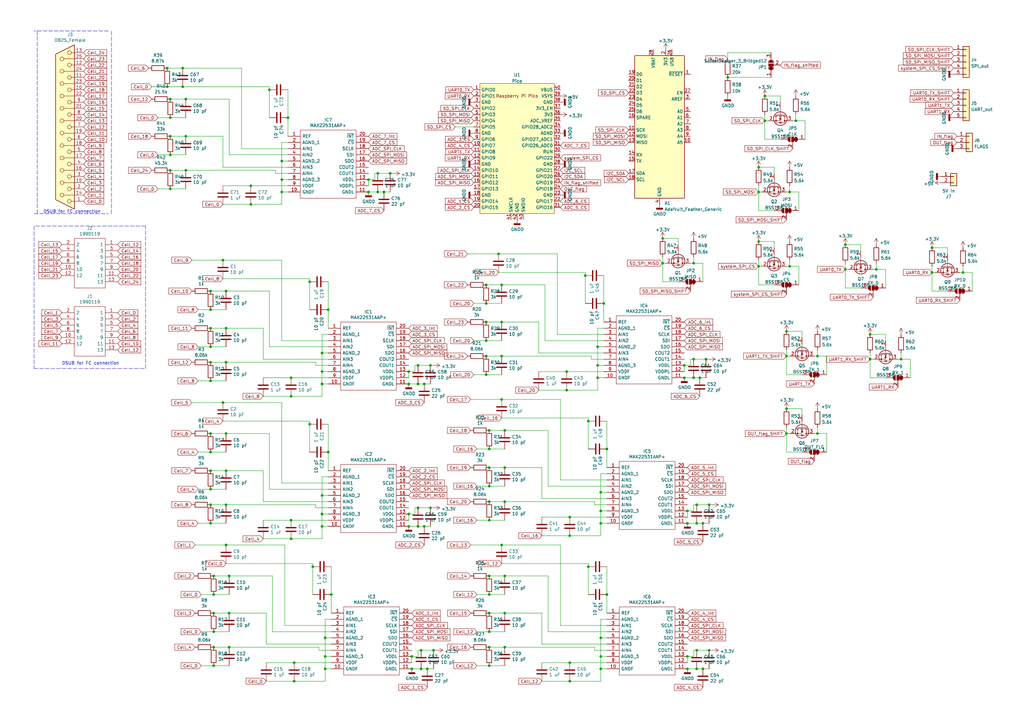
<source format=kicad_sch>
(kicad_sch (version 20211123) (generator eeschema)
  (paper "A3")
  (lib_symbols
    (symbol "Connector:DB25_Female" (pin_names (offset 1.016) hide)
      (property "Reference" "J" (at 0 34.29 0))
      (property "Value" "DB25_Female" (at 0 -34.925 0))
      (symbol "DB25_Female_1_1"
        (pin passive line (at -7.62 30.48 0) (length 3.81) (name "1") (number "1"))
        (pin passive line (at -7.62 -15.24 0) (length 3.81) (name "10") (number "10"))
        (pin passive line (at -7.62 -20.32 0) (length 3.81) (name "11") (number "11"))
        (pin passive line (at -7.62 -25.4 0) (length 3.81) (name "12") (number "12"))
        (pin passive line (at -7.62 -30.48 0) (length 3.81) (name "13") (number "13"))
        (pin passive line (at -7.62 27.94 0) (length 3.81) (name "P14") (number "14"))
        (pin passive line (at -7.62 22.86 0) (length 3.81) (name "P15") (number "15"))
        (pin passive line (at -7.62 17.78 0) (length 3.81) (name "P16") (number "16"))
        (pin passive line (at -7.62 12.7 0) (length 3.81) (name "P17") (number "17"))
        (pin passive line (at -7.62 7.62 0) (length 3.81) (name "P18") (number "18"))
        (pin passive line (at -7.62 2.54 0) (length 3.81) (name "P19") (number "19"))
        (pin passive line (at -7.62 25.4 0) (length 3.81) (name "2") (number "2"))
        (pin passive line (at -7.62 -2.54 0) (length 3.81) (name "P20") (number "20"))
        (pin passive line (at -7.62 -7.62 0) (length 3.81) (name "P21") (number "21"))
        (pin passive line (at -7.62 -12.7 0) (length 3.81) (name "P22") (number "22"))
        (pin passive line (at -7.62 -17.78 0) (length 3.81) (name "P23") (number "23"))
        (pin passive line (at -7.62 -22.86 0) (length 3.81) (name "P24") (number "24"))
        (pin passive line (at -7.62 -27.94 0) (length 3.81) (name "P25") (number "25"))
        (pin passive line (at -7.62 20.32 0) (length 3.81) (name "3") (number "3"))
        (pin passive line (at -7.62 15.24 0) (length 3.81) (name "4") (number "4"))
        (pin passive line (at -7.62 10.16 0) (length 3.81) (name "5") (number "5"))
        (pin passive line (at -7.62 5.08 0) (length 3.81) (name "6") (number "6"))
        (pin passive line (at -7.62 0 0) (length 3.81) (name "7") (number "7"))
        (pin passive line (at -7.62 -5.08 0) (length 3.81) (name "8") (number "8"))
        (pin passive line (at -7.62 -10.16 0) (length 3.81) (name "9") (number "9"))
      )
    )
    (symbol "Connector_Generic:Conn_01x02" (pin_names (offset 1.016) hide)
      (property "Reference" "J" (at 0 2.54 0))
      (property "Value" "Conn_01x02" (at 0 -5.08 0))
      (symbol "Conn_01x02_1_1"
        (pin passive line (at -5.08 0 0) (length 3.81) (name "Pin_1") (number "1"))
        (pin passive line (at -5.08 -2.54 0) (length 3.81) (name "Pin_2") (number "2"))
      )
    )
    (symbol "Connector_Generic:Conn_01x03" (pin_names (offset 1.016) hide)
      (property "Reference" "J" (at 0 5.08 0))
      (property "Value" "Conn_01x03" (at 0 -5.08 0))
      (symbol "Conn_01x03_1_1"
        (pin passive line (at -5.08 2.54 0) (length 3.81) (name "Pin_1") (number "1"))
        (pin passive line (at -5.08 0 0) (length 3.81) (name "Pin_2") (number "2"))
        (pin passive line (at -5.08 -2.54 0) (length 3.81) (name "Pin_3") (number "3"))
      )
    )
    (symbol "Connector_Generic:Conn_01x05" (pin_names (offset 1.016) hide)
      (property "Reference" "J" (at 0 7.62 0))
      (property "Value" "Conn_01x05" (at 0 -7.62 0))
      (symbol "Conn_01x05_1_1"
        (pin passive line (at -5.08 5.08 0) (length 3.81) (name "Pin_1") (number "1"))
        (pin passive line (at -5.08 2.54 0) (length 3.81) (name "Pin_2") (number "2"))
        (pin passive line (at -5.08 0 0) (length 3.81) (name "Pin_3") (number "3"))
        (pin passive line (at -5.08 -2.54 0) (length 3.81) (name "Pin_4") (number "4"))
        (pin passive line (at -5.08 -5.08 0) (length 3.81) (name "Pin_5") (number "5"))
      )
    )
    (symbol "Device:C" (pin_numbers hide) (pin_names (offset 0.254))
      (property "Reference" "C" (at 0.635 2.54 0))
      (property "Value" "C" (at 0.635 -2.54 0))
      (symbol "C_1_1"
        (pin passive line (at 0 3.81 270) (length 2.794) (name "~") (number "1"))
        (pin passive line (at 0 -3.81 90) (length 2.794) (name "~") (number "2"))
      )
    )
    (symbol "Device:R" (pin_numbers hide) (pin_names (offset 0))
      (property "Reference" "R" (at 2.032 0 90))
      (property "Value" "R" (at 0 0 90))
      (symbol "R_1_1"
        (pin passive line (at 0 3.81 270) (length 1.27) (name "~") (number "1"))
        (pin passive line (at 0 -3.81 90) (length 1.27) (name "~") (number "2"))
      )
    )
    (symbol "Jumper:SolderJumper_3_Bridged12" (pin_names (offset 0) hide)
      (property "Reference" "JP" (at -2.54 -2.54 0))
      (property "Value" "SolderJumper_3_Bridged12" (at 0 2.794 0))
      (symbol "SolderJumper_3_Bridged12_1_1"
        (pin passive line (at -5.08 0 0) (length 2.54) (name "A") (number "1"))
        (pin passive line (at 0 -3.81 90) (length 2.54) (name "C") (number "2"))
        (pin passive line (at 5.08 0 180) (length 2.54) (name "B") (number "3"))
      )
    )
    (symbol "MCU_Module:Adafruit_Feather_Generic"
      (property "Reference" "A" (at -10.16 29.21 0))
      (property "Value" "Adafruit_Feather_Generic" (at 2.54 -31.75 0))
      (symbol "Adafruit_Feather_Generic_1_1"
        (pin input line (at 12.7 20.32 180) (length 2.54) (name "~{RESET}") (number "1"))
        (pin bidirectional line (at 12.7 -7.62 180) (length 2.54) (name "A5") (number "10"))
        (pin bidirectional line (at -12.7 -2.54 0) (length 2.54) (name "SCK") (number "11"))
        (pin bidirectional line (at -12.7 -5.08 0) (length 2.54) (name "MOSI") (number "12"))
        (pin bidirectional line (at -12.7 -7.62 0) (length 2.54) (name "MISO") (number "13"))
        (pin bidirectional line (at -12.7 -12.7 0) (length 2.54) (name "RX") (number "14"))
        (pin bidirectional line (at -12.7 -15.24 0) (length 2.54) (name "TX") (number "15"))
        (pin bidirectional line (at -12.7 2.54 0) (length 2.54) (name "SPARE") (number "16"))
        (pin bidirectional line (at -12.7 -20.32 0) (length 2.54) (name "SDA") (number "17"))
        (pin bidirectional line (at -12.7 -22.86 0) (length 2.54) (name "SCL") (number "18"))
        (pin bidirectional line (at -12.7 20.32 0) (length 2.54) (name "D0") (number "19"))
        (pin power_in line (at 2.54 30.48 270) (length 2.54) (name "3V3") (number "2"))
        (pin bidirectional line (at -12.7 17.78 0) (length 2.54) (name "D1") (number "20"))
        (pin bidirectional line (at -12.7 15.24 0) (length 2.54) (name "D2") (number "21"))
        (pin bidirectional line (at -12.7 12.7 0) (length 2.54) (name "D3") (number "22"))
        (pin bidirectional line (at -12.7 10.16 0) (length 2.54) (name "D4") (number "23"))
        (pin bidirectional line (at -12.7 7.62 0) (length 2.54) (name "D5") (number "24"))
        (pin bidirectional line (at -12.7 5.08 0) (length 2.54) (name "D6") (number "25"))
        (pin power_in line (at 5.08 30.48 270) (length 2.54) (name "USB") (number "26"))
        (pin input line (at 12.7 12.7 180) (length 2.54) (name "EN") (number "27"))
        (pin power_in line (at -2.54 30.48 270) (length 2.54) (name "VBAT") (number "28"))
        (pin input line (at 12.7 10.16 180) (length 2.54) (name "AREF") (number "3"))
        (pin power_in line (at 0 -33.02 90) (length 2.54) (name "GND") (number "4"))
        (pin bidirectional line (at 12.7 5.08 180) (length 2.54) (name "A0") (number "5"))
        (pin bidirectional line (at 12.7 2.54 180) (length 2.54) (name "A1") (number "6"))
        (pin bidirectional line (at 12.7 0 180) (length 2.54) (name "A2") (number "7"))
        (pin bidirectional line (at 12.7 -2.54 180) (length 2.54) (name "A3") (number "8"))
        (pin bidirectional line (at 12.7 -5.08 180) (length 2.54) (name "A4") (number "9"))
      )
    )
    (symbol "MCU_RaspberryPi_and_Boards:Pico"
      (property "Reference" "U" (at -13.97 27.94 0))
      (property "Value" "Pico" (at 0 19.05 0))
      (symbol "Pico_0_0"
        (text "Raspberry Pi Pico" (at 0 21.59 0) (effects (font (size 1.27 1.27))))
      )
      (symbol "Pico_1_1"
        (pin bidirectional line (at -17.78 24.13 0) (length 2.54) (name "GPIO0") (number "1"))
        (pin bidirectional line (at -17.78 1.27 0) (length 2.54) (name "GPIO7") (number "10"))
        (pin bidirectional line (at -17.78 -1.27 0) (length 2.54) (name "GPIO8") (number "11"))
        (pin bidirectional line (at -17.78 -3.81 0) (length 2.54) (name "GPIO9") (number "12"))
        (pin power_in line (at -17.78 -6.35 0) (length 2.54) (name "GND") (number "13"))
        (pin bidirectional line (at -17.78 -8.89 0) (length 2.54) (name "GPIO10") (number "14"))
        (pin bidirectional line (at -17.78 -11.43 0) (length 2.54) (name "GPIO11") (number "15"))
        (pin bidirectional line (at -17.78 -13.97 0) (length 2.54) (name "GPIO12") (number "16"))
        (pin bidirectional line (at -17.78 -16.51 0) (length 2.54) (name "GPIO13") (number "17"))
        (pin power_in line (at -17.78 -19.05 0) (length 2.54) (name "GND") (number "18"))
        (pin bidirectional line (at -17.78 -21.59 0) (length 2.54) (name "GPIO14") (number "19"))
        (pin bidirectional line (at -17.78 21.59 0) (length 2.54) (name "GPIO1") (number "2"))
        (pin bidirectional line (at -17.78 -24.13 0) (length 2.54) (name "GPIO15") (number "20"))
        (pin bidirectional line (at 17.78 -24.13 180) (length 2.54) (name "GPIO16") (number "21"))
        (pin bidirectional line (at 17.78 -21.59 180) (length 2.54) (name "GPIO17") (number "22"))
        (pin power_in line (at 17.78 -19.05 180) (length 2.54) (name "GND") (number "23"))
        (pin bidirectional line (at 17.78 -16.51 180) (length 2.54) (name "GPIO18") (number "24"))
        (pin bidirectional line (at 17.78 -13.97 180) (length 2.54) (name "GPIO19") (number "25"))
        (pin bidirectional line (at 17.78 -11.43 180) (length 2.54) (name "GPIO20") (number "26"))
        (pin bidirectional line (at 17.78 -8.89 180) (length 2.54) (name "GPIO21") (number "27"))
        (pin power_in line (at 17.78 -6.35 180) (length 2.54) (name "GND") (number "28"))
        (pin bidirectional line (at 17.78 -3.81 180) (length 2.54) (name "GPIO22") (number "29"))
        (pin power_in line (at -17.78 19.05 0) (length 2.54) (name "GND") (number "3"))
        (pin input line (at 17.78 -1.27 180) (length 2.54) (name "RUN") (number "30"))
        (pin bidirectional line (at 17.78 1.27 180) (length 2.54) (name "GPIO26_ADC0") (number "31"))
        (pin bidirectional line (at 17.78 3.81 180) (length 2.54) (name "GPIO27_ADC1") (number "32"))
        (pin power_in line (at 17.78 6.35 180) (length 2.54) (name "AGND") (number "33"))
        (pin bidirectional line (at 17.78 8.89 180) (length 2.54) (name "GPIO28_ADC2") (number "34"))
        (pin power_in line (at 17.78 11.43 180) (length 2.54) (name "ADC_VREF") (number "35"))
        (pin power_in line (at 17.78 13.97 180) (length 2.54) (name "3V3") (number "36"))
        (pin input line (at 17.78 16.51 180) (length 2.54) (name "3V3_EN") (number "37"))
        (pin bidirectional line (at 17.78 19.05 180) (length 2.54) (name "GND") (number "38"))
        (pin power_in line (at 17.78 21.59 180) (length 2.54) (name "VSYS") (number "39"))
        (pin bidirectional line (at -17.78 16.51 0) (length 2.54) (name "GPIO2") (number "4"))
        (pin power_in line (at 17.78 24.13 180) (length 2.54) (name "VBUS") (number "40"))
        (pin input line (at -2.54 -29.21 90) (length 2.54) (name "SWCLK") (number "41"))
        (pin power_in line (at 0 -29.21 90) (length 2.54) (name "GND") (number "42"))
        (pin bidirectional line (at 2.54 -29.21 90) (length 2.54) (name "SWDIO") (number "43"))
        (pin bidirectional line (at -17.78 13.97 0) (length 2.54) (name "GPIO3") (number "5"))
        (pin bidirectional line (at -17.78 11.43 0) (length 2.54) (name "GPIO4") (number "6"))
        (pin bidirectional line (at -17.78 8.89 0) (length 2.54) (name "GPIO5") (number "7"))
        (pin power_in line (at -17.78 6.35 0) (length 2.54) (name "GND") (number "8"))
        (pin bidirectional line (at -17.78 3.81 0) (length 2.54) (name "GPIO6") (number "9"))
      )
    )
    (symbol "Transistor_FET:BSS138" (pin_names hide)
      (property "Reference" "Q" (at 5.08 1.905 0))
      (property "Value" "BSS138" (at 5.08 0 0))
      (symbol "BSS138_1_1"
        (pin input line (at -5.08 0 0) (length 2.54) (name "G") (number "1"))
        (pin passive line (at 2.54 -5.08 90) (length 2.54) (name "S") (number "2"))
        (pin passive line (at 2.54 5.08 270) (length 2.54) (name "D") (number "3"))
      )
    )
    (symbol "iso_adc_cvm-rescue:1990119-SamacSys_Parts" (pin_names (offset 0.762))
      (property "Reference" "J" (at 19.05 7.62 0))
      (property "Value" "1990119-SamacSys_Parts" (at 19.05 5.08 0))
      (symbol "1990119-SamacSys_Parts_0_0"
        (pin passive line (at 22.86 0 180) (length 5.08) (name "1") (number "1"))
        (pin passive line (at 0 -10.16 0) (length 5.08) (name "10") (number "10"))
        (pin passive line (at 22.86 -12.7 180) (length 5.08) (name "11") (number "11"))
        (pin passive line (at 0 -12.7 0) (length 5.08) (name "12") (number "12"))
        (pin passive line (at 22.86 -15.24 180) (length 5.08) (name "13") (number "13"))
        (pin passive line (at 0 0 0) (length 5.08) (name "2") (number "2"))
        (pin passive line (at 22.86 -2.54 180) (length 5.08) (name "3") (number "3"))
        (pin passive line (at 0 -2.54 0) (length 5.08) (name "4") (number "4"))
        (pin passive line (at 22.86 -5.08 180) (length 5.08) (name "5") (number "5"))
        (pin passive line (at 0 -5.08 0) (length 5.08) (name "6") (number "6"))
        (pin passive line (at 22.86 -7.62 180) (length 5.08) (name "7") (number "7"))
        (pin passive line (at 0 -7.62 0) (length 5.08) (name "8") (number "8"))
        (pin passive line (at 22.86 -10.16 180) (length 5.08) (name "9") (number "9"))
      )
    )
    (symbol "iso_adc_cvm-rescue:MAX22531AAP+-SamacSys_Parts" (pin_names (offset 0.762))
      (property "Reference" "IC" (at 29.21 7.62 0))
      (property "Value" "MAX22531AAP+-SamacSys_Parts" (at 29.21 5.08 0))
      (symbol "MAX22531AAP+-SamacSys_Parts_0_0"
        (pin passive line (at 0 0 0) (length 5.08) (name "REF") (number "1"))
        (pin passive line (at 0 -22.86 0) (length 5.08) (name "GNDF") (number "10"))
        (pin passive line (at 33.02 -22.86 180) (length 5.08) (name "GNDL") (number "11"))
        (pin passive line (at 33.02 -20.32 180) (length 5.08) (name "VDDPL") (number "12"))
        (pin passive line (at 33.02 -17.78 180) (length 5.08) (name "VDDL") (number "13"))
        (pin passive line (at 33.02 -15.24 180) (length 5.08) (name "COUT1") (number "14"))
        (pin passive line (at 33.02 -12.7 180) (length 5.08) (name "COUT2") (number "15"))
        (pin passive line (at 33.02 -10.16 180) (length 5.08) (name "SDO") (number "16"))
        (pin passive line (at 33.02 -7.62 180) (length 5.08) (name "SDI") (number "17"))
        (pin passive line (at 33.02 -5.08 180) (length 5.08) (name "SCLK") (number "18"))
        (pin passive line (at 33.02 -2.54 180) (length 5.08) (name "~{CS}") (number "19"))
        (pin passive line (at 0 -2.54 0) (length 5.08) (name "AGND_1") (number "2"))
        (pin passive line (at 33.02 0 180) (length 5.08) (name "~{INT}") (number "20"))
        (pin passive line (at 0 -5.08 0) (length 5.08) (name "AIN1") (number "3"))
        (pin passive line (at 0 -7.62 0) (length 5.08) (name "AIN2") (number "4"))
        (pin passive line (at 0 -10.16 0) (length 5.08) (name "AGND_2") (number "5"))
        (pin passive line (at 0 -12.7 0) (length 5.08) (name "AIN3") (number "6"))
        (pin passive line (at 0 -15.24 0) (length 5.08) (name "AIN4") (number "7"))
        (pin passive line (at 0 -17.78 0) (length 5.08) (name "AGND_3") (number "8"))
        (pin passive line (at 0 -20.32 0) (length 5.08) (name "VDDF") (number "9"))
      )
    )
    (symbol "power:+3.3V" (power) (pin_names (offset 0))
      (property "Value" "+3.3V" (at 0 3.556 0))
      (symbol "+3.3V_1_1"
        (pin power_in line (at 0 0 90) (length 0) hide (name "+3.3V") (number "1"))
      )
    )
    (symbol "power:+5V" (power) (pin_names (offset 0))
      (property "Value" "+5V" (at 0 3.556 0))
      (symbol "+5V_1_1"
        (pin power_in line (at 0 0 90) (length 0) hide (name "+5V") (number "1"))
      )
    )
    (symbol "power:GNDD" (power) (pin_names (offset 0))
      (property "Value" "GNDD" (at 0 -3.175 0))
      (symbol "GNDD_1_1"
        (pin power_in line (at 0 0 270) (length 0) hide (name "GNDD") (number "1"))
      )
    )
  )
  (junction (at 167.64 152.4))
  (junction (at 322.58 167.64))
  (junction (at 280.67 149.86))
  (junction (at 246.38 274.32))
  (junction (at 171.45 215.9))
  (junction (at 200.66 176.53))
  (junction (at 167.64 157.48))
  (junction (at 246.38 261.62))
  (junction (at 394.97 111.76))
  (junction (at 69.85 63.5))
  (junction (at 335.28 146.05))
  (junction (at 298.45 31.75))
  (junction (at 199.39 132.08))
  (junction (at 200.66 273.05))
  (junction (at 233.68 212.09))
  (junction (at 93.98 236.22))
  (junction (at 322.58 177.8))
  (junction (at 69.85 55.88))
  (junction (at 285.75 266.7))
  (junction (at 132.08 203.2))
  (junction (at 69.85 77.47))
  (junction (at 207.01 176.53))
  (junction (at 119.38 220.98))
  (junction (at 86.36 142.24))
  (junction (at 335.28 177.8))
  (junction (at 133.35 274.32))
  (junction (at 369.57 147.32))
  (junction (at 157.48 78.74))
  (junction (at 200.66 191.77))
  (junction (at 356.87 147.32))
  (junction (at 87.63 251.46))
  (junction (at 290.83 207.01))
  (junction (at 86.36 185.42))
  (junction (at 205.74 116.84))
  (junction (at 287.02 154.94))
  (junction (at 323.85 109.22))
  (junction (at 285.75 214.63))
  (junction (at 86.36 148.59))
  (junction (at 246.38 214.63))
  (junction (at 322.58 135.89))
  (junction (at 281.94 274.32))
  (junction (at 311.15 78.74))
  (junction (at 245.11 142.24))
  (junction (at 205.74 163.83))
  (junction (at 200.66 213.36))
  (junction (at 172.72 274.32))
  (junction (at 199.39 153.67))
  (junction (at 86.36 127))
  (junction (at 204.47 104.14))
  (junction (at 86.36 207.01))
  (junction (at 92.71 119.38))
  (junction (at 290.83 266.7))
  (junction (at 285.75 274.32))
  (junction (at 68.58 35.56))
  (junction (at 120.65 271.78))
  (junction (at 93.98 265.43))
  (junction (at 356.87 137.16))
  (junction (at 168.91 269.24))
  (junction (at 119.38 154.94))
  (junction (at 175.26 274.32))
  (junction (at 171.45 149.86))
  (junction (at 200.66 259.08))
  (junction (at 76.2 55.88))
  (junction (at 288.29 214.63))
  (junction (at 207.01 191.77))
  (junction (at 382.27 111.76))
  (junction (at 69.85 40.64))
  (junction (at 346.71 100.33))
  (junction (at 311.15 99.06))
  (junction (at 311.15 68.58))
  (junction (at 326.39 49.53))
  (junction (at 280.67 154.94))
  (junction (at 132.08 210.82))
  (junction (at 167.64 210.82))
  (junction (at 245.11 154.94))
  (junction (at 87.63 236.22))
  (junction (at 74.93 35.56))
  (junction (at 284.48 154.94))
  (junction (at 313.69 39.37))
  (junction (at 160.02 71.12))
  (junction (at 176.53 208.28))
  (junction (at 171.45 157.48))
  (junction (at 289.56 147.32))
  (junction (at 68.58 27.94))
  (junction (at 240.03 113.03))
  (junction (at 132.08 215.9))
  (junction (at 92.71 193.04))
  (junction (at 87.63 265.43))
  (junction (at 205.74 223.52))
  (junction (at 241.3 232.41))
  (junction (at 322.58 146.05))
  (junction (at 133.35 261.62))
  (junction (at 248.92 243.84))
  (junction (at 281.94 214.63))
  (junction (at 87.63 273.05))
  (junction (at 115.57 78.74))
  (junction (at 86.36 177.8))
  (junction (at 247.65 124.46))
  (junction (at 284.48 107.95))
  (junction (at 233.68 271.78))
  (junction (at 86.36 156.21))
  (junction (at 87.63 243.84))
  (junction (at 246.38 201.93))
  (junction (at 92.71 177.8))
  (junction (at 288.29 274.32))
  (junction (at 102.87 83.82))
  (junction (at 92.71 148.59))
  (junction (at 245.11 149.86))
  (junction (at 271.78 97.79))
  (junction (at 74.93 27.94))
  (junction (at 110.49 36.83))
  (junction (at 281.94 209.55))
  (junction (at 246.38 209.55))
  (junction (at 199.39 124.46))
  (junction (at 200.66 205.74))
  (junction (at 207.01 265.43))
  (junction (at 284.48 147.32))
  (junction (at 173.99 157.48))
  (junction (at 133.35 269.24))
  (junction (at 281.94 269.24))
  (junction (at 115.57 66.04))
  (junction (at 177.8 266.7))
  (junction (at 200.66 265.43))
  (junction (at 200.66 236.22))
  (junction (at 346.71 110.49))
  (junction (at 76.2 69.85))
  (junction (at 69.85 48.26))
  (junction (at 91.44 165.1))
  (junction (at 128.27 232.41))
  (junction (at 134.62 185.42))
  (junction (at 151.13 78.74))
  (junction (at 86.36 214.63))
  (junction (at 135.89 243.84))
  (junction (at 92.71 134.62))
  (junction (at 246.38 269.24))
  (junction (at 199.39 116.84))
  (junction (at 199.39 146.05))
  (junction (at 93.98 251.46))
  (junction (at 207.01 236.22))
  (junction (at 241.3 172.72))
  (junction (at 132.08 144.78))
  (junction (at 151.13 73.66))
  (junction (at 205.74 146.05))
  (junction (at 168.91 274.32))
  (junction (at 102.87 76.2))
  (junction (at 76.2 40.64))
  (junction (at 232.41 152.4))
  (junction (at 172.72 266.7))
  (junction (at 233.68 219.71))
  (junction (at 118.11 48.26))
  (junction (at 207.01 251.46))
  (junction (at 248.92 184.15))
  (junction (at 207.01 205.74))
  (junction (at 313.69 49.53))
  (junction (at 359.41 110.49))
  (junction (at 92.71 207.01))
  (junction (at 92.71 223.52))
  (junction (at 233.68 279.4))
  (junction (at 86.36 134.62))
  (junction (at 171.45 208.28))
  (junction (at 323.85 78.74))
  (junction (at 119.38 213.36))
  (junction (at 199.39 139.7))
  (junction (at 86.36 119.38))
  (junction (at 154.94 78.74))
  (junction (at 154.94 71.12))
  (junction (at 200.66 251.46))
  (junction (at 167.64 215.9))
  (junction (at 91.44 106.68))
  (junction (at 86.36 193.04))
  (junction (at 200.66 243.84))
  (junction (at 271.78 107.95))
  (junction (at 120.65 279.4))
  (junction (at 205.74 132.08))
  (junction (at 200.66 184.15))
  (junction (at 132.08 157.48))
  (junction (at 127 173.99))
  (junction (at 382.27 101.6))
  (junction (at 176.53 149.86))
  (junction (at 132.08 152.4))
  (junction (at 127 115.57))
  (junction (at 87.63 259.08))
  (junction (at 134.62 127))
  (junction (at 200.66 199.39))
  (junction (at 232.41 160.02))
  (junction (at 115.57 73.66))
  (junction (at 173.99 215.9))
  (junction (at 119.38 162.56))
  (junction (at 285.75 207.01))
  (junction (at 86.36 200.66))
  (junction (at 311.15 109.22))
  (junction (at 69.85 69.85))
  (wire (pts (xy 176.53 208.28) (xy 171.45 208.28)))
  (wire (pts (xy 132.08 144.78) (xy 132.08 152.4)))
  (wire (pts (xy 353.06 100.33) (xy 346.71 100.33)))
  (wire (pts (xy 132.08 210.82) (xy 132.08 215.9)))
  (polyline (pts (xy 44.45 12.7) (xy 13.97 12.7)))
  (wire (pts (xy 86.36 119.38) (xy 92.71 119.38)))
  (wire (pts (xy 193.04 163.83) (xy 205.74 163.83)))
  (wire (pts (xy 81.28 127) (xy 86.36 127)))
  (wire (pts (xy 245.11 149.86) (xy 245.11 154.94)))
  (wire (pts (xy 86.36 177.8) (xy 92.71 177.8)))
  (wire (pts (xy 129.54 149.86) (xy 134.62 149.86)))
  (wire (pts (xy 115.57 58.42) (xy 115.57 66.04)))
  (wire (pts (xy 199.39 146.05) (xy 205.74 146.05)))
  (wire (pts (xy 292.1 266.7) (xy 290.83 266.7)))
  (wire (pts (xy 382.27 111.76) (xy 383.54 111.76)))
  (wire (pts (xy 93.98 236.22) (xy 111.76 236.22)))
  (wire (pts (xy 246.38 214.63) (xy 248.92 214.63)))
  (wire (pts (xy 91.44 106.68) (xy 115.57 106.68)))
  (wire (pts (xy 241.3 231.14) (xy 241.3 232.41)))
  (wire (pts (xy 115.57 106.68) (xy 115.57 139.7)))
  (wire (pts (xy 132.08 215.9) (xy 134.62 215.9)))
  (wire (pts (xy 81.28 156.21) (xy 86.36 156.21)))
  (wire (pts (xy 247.65 134.62) (xy 245.11 134.62)))
  (wire (pts (xy 222.25 251.46) (xy 207.01 251.46)))
  (wire (pts (xy 195.58 213.36) (xy 200.66 213.36)))
  (wire (pts (xy 222.25 191.77) (xy 207.01 191.77)))
  (wire (pts (xy 233.68 219.71) (xy 246.38 219.71)))
  (wire (pts (xy 311.15 106.68) (xy 311.15 109.22)))
  (wire (pts (xy 363.22 139.7) (xy 363.22 137.16)))
  (wire (pts (xy 132.08 220.98) (xy 132.08 215.9)))
  (wire (pts (xy 363.22 154.94) (xy 356.87 154.94)))
  (wire (pts (xy 111.76 259.08) (xy 135.89 259.08)))
  (wire (pts (xy 346.71 107.95) (xy 346.71 110.49)))
  (wire (pts (xy 115.57 165.1) (xy 115.57 198.12)))
  (wire (pts (xy 205.74 116.84) (xy 223.52 116.84)))
  (wire (pts (xy 133.35 254) (xy 133.35 261.62)))
  (wire (pts (xy 135.89 269.24) (xy 133.35 269.24)))
  (wire (pts (xy 205.74 171.45) (xy 241.3 171.45)))
  (wire (pts (xy 132.08 195.58) (xy 132.08 203.2)))
  (wire (pts (xy 170.18 152.4) (xy 167.64 152.4)))
  (wire (pts (xy 356.87 154.94) (xy 356.87 147.32)))
  (wire (pts (xy 87.63 251.46) (xy 93.98 251.46)))
  (wire (pts (xy 388.62 101.6) (xy 382.27 101.6)))
  (wire (pts (xy 199.39 139.7) (xy 205.74 139.7)))
  (wire (pts (xy 320.04 39.37) (xy 313.69 39.37)))
  (wire (pts (xy 248.92 184.15) (xy 248.92 191.77)))
  (wire (pts (xy 322.58 185.42) (xy 322.58 177.8)))
  (wire (pts (xy 313.69 57.15) (xy 313.69 49.53)))
  (wire (pts (xy 373.38 154.94) (xy 373.38 147.32)))
  (wire (pts (xy 278.13 115.57) (xy 271.78 115.57)))
  (wire (pts (xy 247.65 144.78) (xy 220.98 144.78)))
  (wire (pts (xy 118.11 48.26) (xy 118.11 55.88)))
  (wire (pts (xy 320.04 57.15) (xy 313.69 57.15)))
  (wire (pts (xy 223.52 116.84) (xy 223.52 139.7)))
  (wire (pts (xy 311.15 86.36) (xy 311.15 78.74)))
  (wire (pts (xy 285.75 214.63) (xy 281.94 214.63)))
  (wire (pts (xy 284.48 209.55) (xy 281.94 209.55)))
  (wire (pts (xy 328.93 170.18) (xy 328.93 167.64)))
  (wire (pts (xy 134.62 147.32) (xy 107.95 147.32)))
  (wire (pts (xy 240.03 111.76) (xy 240.03 113.03)))
  (wire (pts (xy 81.28 185.42) (xy 86.36 185.42)))
  (wire (pts (xy 224.79 236.22) (xy 224.79 259.08)))
  (wire (pts (xy 132.08 157.48) (xy 134.62 157.48)))
  (wire (pts (xy 86.36 214.63) (xy 92.71 214.63)))
  (wire (pts (xy 224.79 259.08) (xy 248.92 259.08)))
  (wire (pts (xy 246.38 194.31) (xy 246.38 201.93)))
  (wire (pts (xy 359.41 110.49) (xy 358.14 110.49)))
  (wire (pts (xy 172.72 266.7) (xy 171.45 266.7)))
  (wire (pts (xy 207.01 205.74) (xy 243.84 205.74)))
  (wire (pts (xy 120.65 279.4) (xy 133.35 279.4)))
  (wire (pts (xy 311.15 109.22) (xy 312.42 109.22)))
  (wire (pts (xy 323.85 76.2) (xy 323.85 78.74)))
  (wire (pts (xy 170.18 210.82) (xy 167.64 210.82)))
  (wire (pts (xy 86.36 134.62) (xy 92.71 134.62)))
  (wire (pts (xy 195.58 259.08) (xy 200.66 259.08)))
  (wire (pts (xy 116.84 256.54) (xy 135.89 256.54)))
  (wire (pts (xy 246.38 274.32) (xy 248.92 274.32)))
  (wire (pts (xy 132.08 162.56) (xy 132.08 157.48)))
  (wire (pts (xy 110.49 177.8) (xy 110.49 200.66)))
  (wire (pts (xy 135.89 254) (xy 133.35 254)))
  (wire (pts (xy 232.41 152.4) (xy 220.98 152.4)))
  (wire (pts (xy 134.62 213.36) (xy 119.38 213.36)))
  (wire (pts (xy 200.66 191.77) (xy 207.01 191.77)))
  (wire (pts (xy 134.62 152.4) (xy 132.08 152.4)))
  (wire (pts (xy 194.31 124.46) (xy 199.39 124.46)))
  (wire (pts (xy 290.83 147.32) (xy 289.56 147.32)))
  (wire (pts (xy 322.58 177.8) (xy 323.85 177.8)))
  (wire (pts (xy 93.98 265.43) (xy 130.81 265.43)))
  (wire (pts (xy 134.62 210.82) (xy 132.08 210.82)))
  (wire (pts (xy 118.11 58.42) (xy 115.57 58.42)))
  (wire (pts (xy 99.06 27.94) (xy 99.06 60.96)))
  (wire (pts (xy 290.83 266.7) (xy 285.75 266.7)))
  (wire (pts (xy 394.97 109.22) (xy 394.97 111.76)))
  (wire (pts (xy 288.29 214.63) (xy 290.83 214.63)))
  (wire (pts (xy 107.95 220.98) (xy 119.38 220.98)))
  (wire (pts (xy 115.57 73.66) (xy 115.57 78.74)))
  (wire (pts (xy 200.66 176.53) (xy 207.01 176.53)))
  (wire (pts (xy 91.44 68.58) (xy 91.44 55.88)))
  (wire (pts (xy 191.77 104.14) (xy 204.47 104.14)))
  (wire (pts (xy 115.57 139.7) (xy 134.62 139.7)))
  (wire (pts (xy 356.87 147.32) (xy 358.14 147.32)))
  (wire (pts (xy 220.98 160.02) (xy 232.41 160.02)))
  (wire (pts (xy 248.92 243.84) (xy 248.92 251.46)))
  (wire (pts (xy 127 115.57) (xy 127 127)))
  (wire (pts (xy 224.79 199.39) (xy 248.92 199.39)))
  (wire (pts (xy 69.85 48.26) (xy 76.2 48.26)))
  (wire (pts (xy 245.11 142.24) (xy 245.11 149.86)))
  (wire (pts (xy 86.36 127) (xy 92.71 127)))
  (wire (pts (xy 284.48 154.94) (xy 280.67 154.94)))
  (wire (pts (xy 205.74 231.14) (xy 241.3 231.14)))
  (wire (pts (xy 151.13 73.66) (xy 151.13 76.2)))
  (wire (pts (xy 382.27 119.38) (xy 382.27 111.76)))
  (wire (pts (xy 317.5 116.84) (xy 311.15 116.84)))
  (wire (pts (xy 317.5 99.06) (xy 311.15 99.06)))
  (wire (pts (xy 205.74 163.83) (xy 229.87 163.83)))
  (wire (pts (xy 107.95 205.74) (xy 107.95 193.04)))
  (wire (pts (xy 173.99 157.48) (xy 176.53 157.48)))
  (wire (pts (xy 245.11 160.02) (xy 245.11 154.94)))
  (wire (pts (xy 133.35 269.24) (xy 133.35 274.32)))
  (wire (pts (xy 200.66 243.84) (xy 207.01 243.84)))
  (wire (pts (xy 322.58 175.26) (xy 322.58 177.8)))
  (wire (pts (xy 322.58 143.51) (xy 322.58 146.05)))
  (wire (pts (xy 246.38 201.93) (xy 246.38 209.55)))
  (wire (pts (xy 327.66 109.22) (xy 323.85 109.22)))
  (wire (pts (xy 118.11 48.26) (xy 118.11 36.83)))
  (wire (pts (xy 248.92 269.24) (xy 246.38 269.24)))
  (wire (pts (xy 119.38 220.98) (xy 132.08 220.98)))
  (polyline (pts (xy 59.69 92.71) (xy 13.97 92.71)))
  (wire (pts (xy 91.44 172.72) (xy 127 172.72)))
  (wire (pts (xy 289.56 147.32) (xy 284.48 147.32)))
  (wire (pts (xy 283.21 147.32) (xy 283.21 149.86)))
  (wire (pts (xy 193.04 223.52) (xy 205.74 223.52)))
  (wire (pts (xy 233.68 271.78) (xy 222.25 271.78)))
  (wire (pts (xy 220.98 144.78) (xy 220.98 132.08)))
  (wire (pts (xy 330.2 49.53) (xy 326.39 49.53)))
  (wire (pts (xy 356.87 144.78) (xy 356.87 147.32)))
  (wire (pts (xy 247.65 124.46) (xy 247.65 113.03)))
  (wire (pts (xy 135.89 264.16) (xy 109.22 264.16)))
  (wire (pts (xy 284.48 105.41) (xy 284.48 107.95)))
  (wire (pts (xy 240.03 113.03) (xy 240.03 124.46)))
  (wire (pts (xy 134.62 144.78) (xy 132.08 144.78)))
  (wire (pts (xy 109.22 279.4) (xy 120.65 279.4)))
  (wire (pts (xy 248.92 201.93) (xy 246.38 201.93)))
  (wire (pts (xy 110.49 200.66) (xy 134.62 200.66)))
  (wire (pts (xy 200.66 236.22) (xy 207.01 236.22)))
  (wire (pts (xy 241.3 171.45) (xy 241.3 172.72)))
  (wire (pts (xy 229.87 223.52) (xy 229.87 256.54)))
  (wire (pts (xy 107.95 162.56) (xy 119.38 162.56)))
  (wire (pts (xy 326.39 49.53) (xy 325.12 49.53)))
  (wire (pts (xy 246.38 254) (xy 246.38 261.62)))
  (wire (pts (xy 248.92 261.62) (xy 246.38 261.62)))
  (wire (pts (xy 233.68 279.4) (xy 246.38 279.4)))
  (wire (pts (xy 92.71 207.01) (xy 129.54 207.01)))
  (wire (pts (xy 243.84 265.43) (xy 243.84 266.7)))
  (wire (pts (xy 241.3 172.72) (xy 241.3 184.15)))
  (wire (pts (xy 82.55 273.05) (xy 87.63 273.05)))
  (wire (pts (xy 177.8 208.28) (xy 176.53 208.28)))
  (wire (pts (xy 335.28 146.05) (xy 334.01 146.05)))
  (wire (pts (xy 118.11 76.2) (xy 102.87 76.2)))
  (wire (pts (xy 288.29 274.32) (xy 290.83 274.32)))
  (wire (pts (xy 373.38 147.32) (xy 369.57 147.32)))
  (wire (pts (xy 369.57 144.78) (xy 369.57 147.32)))
  (wire (pts (xy 271.78 107.95) (xy 273.05 107.95)))
  (wire (pts (xy 248.92 212.09) (xy 233.68 212.09)))
  (wire (pts (xy 313.69 46.99) (xy 313.69 49.53)))
  (wire (pts (xy 284.48 269.24) (xy 281.94 269.24)))
  (wire (pts (xy 69.85 69.85) (xy 76.2 69.85)))
  (wire (pts (xy 311.15 78.74) (xy 312.42 78.74)))
  (wire (pts (xy 110.49 142.24) (xy 134.62 142.24)))
  (wire (pts (xy 154.94 78.74) (xy 151.13 78.74)))
  (wire (pts (xy 87.63 259.08) (xy 93.98 259.08)))
  (wire (pts (xy 92.71 148.59) (xy 129.54 148.59)))
  (wire (pts (xy 160.02 71.12) (xy 154.94 71.12)))
  (polyline (pts (xy 15.24 12.7) (xy 15.24 87.63)))
  (wire (pts (xy 134.62 195.58) (xy 132.08 195.58)))
  (wire (pts (xy 127 114.3) (xy 127 115.57)))
  (wire (pts (xy 107.95 193.04) (xy 92.71 193.04)))
  (wire (pts (xy 285.75 207.01) (xy 284.48 207.01)))
  (wire (pts (xy 284.48 207.01) (xy 284.48 209.55)))
  (wire (pts (xy 91.44 55.88) (xy 76.2 55.88)))
  (wire (pts (xy 247.65 149.86) (xy 245.11 149.86)))
  (wire (pts (xy 177.8 266.7) (xy 172.72 266.7)))
  (wire (pts (xy 288.29 107.95) (xy 284.48 107.95)))
  (wire (pts (xy 134.62 154.94) (xy 119.38 154.94)))
  (wire (pts (xy 200.66 184.15) (xy 207.01 184.15)))
  (wire (pts (xy 204.47 104.14) (xy 228.6 104.14)))
  (wire (pts (xy 242.57 147.32) (xy 247.65 147.32)))
  (wire (pts (xy 243.84 207.01) (xy 248.92 207.01)))
  (wire (pts (xy 135.89 243.84) (xy 135.89 232.41)))
  (wire (pts (xy 285.75 266.7) (xy 284.48 266.7)))
  (wire (pts (xy 69.85 40.64) (xy 76.2 40.64)))
  (wire (pts (xy 224.79 176.53) (xy 224.79 199.39)))
  (wire (pts (xy 86.36 148.59) (xy 92.71 148.59)))
  (wire (pts (xy 248.92 204.47) (xy 222.25 204.47)))
  (wire (pts (xy 175.26 274.32) (xy 177.8 274.32)))
  (wire (pts (xy 229.87 196.85) (xy 248.92 196.85)))
  (wire (pts (xy 232.41 160.02) (xy 245.11 160.02)))
  (wire (pts (xy 346.71 110.49) (xy 347.98 110.49)))
  (wire (pts (xy 323.85 109.22) (xy 322.58 109.22)))
  (wire (pts (xy 228.6 104.14) (xy 228.6 137.16)))
  (polyline (pts (xy 45.72 87.63) (xy 45.72 12.7)))
  (wire (pts (xy 287.02 154.94) (xy 289.56 154.94)))
  (wire (pts (xy 130.81 266.7) (xy 135.89 266.7)))
  (wire (pts (xy 115.57 83.82) (xy 115.57 78.74)))
  (wire (pts (xy 195.58 243.84) (xy 200.66 243.84)))
  (wire (pts (xy 127 172.72) (xy 127 173.99)))
  (wire (pts (xy 119.38 154.94) (xy 107.95 154.94)))
  (wire (pts (xy 317.5 71.12) (xy 317.5 68.58)))
  (wire (pts (xy 285.75 274.32) (xy 281.94 274.32)))
  (wire (pts (xy 92.71 231.14) (xy 128.27 231.14)))
  (wire (pts (xy 68.58 27.94) (xy 74.93 27.94)))
  (wire (pts (xy 81.28 200.66) (xy 86.36 200.66)))
  (wire (pts (xy 271.78 115.57) (xy 271.78 107.95)))
  (wire (pts (xy 243.84 266.7) (xy 248.92 266.7)))
  (wire (pts (xy 278.13 97.79) (xy 271.78 97.79)))
  (wire (pts (xy 86.36 185.42) (xy 92.71 185.42)))
  (wire (pts (xy 382.27 109.22) (xy 382.27 111.76)))
  (wire (pts (xy 248.92 184.15) (xy 248.92 172.72)))
  (wire (pts (xy 313.69 49.53) (xy 314.96 49.53)))
  (wire (pts (xy 359.41 107.95) (xy 359.41 110.49)))
  (wire (pts (xy 363.22 118.11) (xy 363.22 110.49)))
  (wire (pts (xy 363.22 110.49) (xy 359.41 110.49)))
  (wire (pts (xy 171.45 149.86) (xy 170.18 149.86)))
  (wire (pts (xy 322.58 153.67) (xy 322.58 146.05)))
  (wire (pts (xy 245.11 154.94) (xy 247.65 154.94)))
  (wire (pts (xy 247.65 142.24) (xy 245.11 142.24)))
  (wire (pts (xy 87.63 236.22) (xy 93.98 236.22)))
  (wire (pts (xy 222.25 264.16) (xy 222.25 251.46)))
  (wire (pts (xy 330.2 57.15) (xy 330.2 49.53)))
  (wire (pts (xy 398.78 119.38) (xy 398.78 111.76)))
  (wire (pts (xy 339.09 146.05) (xy 335.28 146.05)))
  (wire (pts (xy 133.35 274.32) (xy 135.89 274.32)))
  (wire (pts (xy 328.93 167.64) (xy 322.58 167.64)))
  (wire (pts (xy 118.11 66.04) (xy 115.57 66.04)))
  (wire (pts (xy 153.67 71.12) (xy 153.67 73.66)))
  (wire (pts (xy 398.78 111.76) (xy 394.97 111.76)))
  (wire (pts (xy 91.44 165.1) (xy 115.57 165.1)))
  (wire (pts (xy 207.01 176.53) (xy 224.79 176.53)))
  (wire (pts (xy 74.93 35.56) (xy 110.49 35.56)))
  (wire (pts (xy 115.57 198.12) (xy 134.62 198.12)))
  (wire (pts (xy 173.99 215.9) (xy 171.45 215.9)))
  (wire (pts (xy 64.77 63.5) (xy 69.85 63.5)))
  (wire (pts (xy 323.85 106.68) (xy 323.85 109.22)))
  (wire (pts (xy 86.36 142.24) (xy 92.71 142.24)))
  (wire (pts (xy 298.45 31.75) (xy 316.23 31.75)))
  (wire (pts (xy 246.38 219.71) (xy 246.38 214.63)))
  (wire (pts (xy 346.71 118.11) (xy 346.71 110.49)))
  (wire (pts (xy 246.38 269.24) (xy 246.38 274.32)))
  (wire (pts (xy 175.26 274.32) (xy 172.72 274.32)))
  (wire (pts (xy 199.39 153.67) (xy 205.74 153.67)))
  (wire (pts (xy 170.18 149.86) (xy 170.18 152.4)))
  (wire (pts (xy 111.76 236.22) (xy 111.76 259.08)))
  (polyline (pts (xy 59.69 151.13) (xy 59.69 92.71)))
  (wire (pts (xy 78.74 106.68) (xy 91.44 106.68)))
  (wire (pts (xy 167.64 152.4) (xy 167.64 154.94)))
  (wire (pts (xy 287.02 154.94) (xy 284.48 154.94)))
  (wire (pts (xy 317.5 101.6) (xy 317.5 99.06)))
  (wire (pts (xy 170.18 208.28) (xy 170.18 210.82)))
  (wire (pts (xy 81.28 214.63) (xy 86.36 214.63)))
  (wire (pts (xy 316.23 21.59) (xy 298.45 21.59)))
  (wire (pts (xy 290.83 207.01) (xy 285.75 207.01)))
  (wire (pts (xy 320.04 41.91) (xy 320.04 39.37)))
  (polyline (pts (xy 13.97 151.13) (xy 59.69 151.13)))
  (wire (pts (xy 86.36 200.66) (xy 92.71 200.66)))
  (wire (pts (xy 199.39 124.46) (xy 205.74 124.46)))
  (wire (pts (xy 91.44 83.82) (xy 102.87 83.82)))
  (wire (pts (xy 91.44 114.3) (xy 127 114.3)))
  (wire (pts (xy 86.36 207.01) (xy 92.71 207.01)))
  (wire (pts (xy 283.21 149.86) (xy 280.67 149.86)))
  (wire (pts (xy 76.2 40.64) (xy 93.98 40.64)))
  (wire (pts (xy 102.87 76.2) (xy 91.44 76.2)))
  (wire (pts (xy 248.92 243.84) (xy 248.92 232.41)))
  (wire (pts (xy 241.3 232.41) (xy 241.3 243.84)))
  (wire (pts (xy 127 173.99) (xy 127 185.42)))
  (wire (pts (xy 335.28 143.51) (xy 335.28 146.05)))
  (wire (pts (xy 327.66 116.84) (xy 327.66 109.22)))
  (wire (pts (xy 328.93 135.89) (xy 322.58 135.89)))
  (wire (pts (xy 109.22 264.16) (xy 109.22 251.46)))
  (wire (pts (xy 115.57 78.74) (xy 118.11 78.74)))
  (wire (pts (xy 284.48 107.95) (xy 283.21 107.95)))
  (wire (pts (xy 335.28 177.8) (xy 334.01 177.8)))
  (wire (pts (xy 99.06 60.96) (xy 118.11 60.96)))
  (wire (pts (xy 115.57 66.04) (xy 115.57 73.66)))
  (wire (pts (xy 134.62 127) (xy 134.62 134.62)))
  (wire (pts (xy 82.55 259.08) (xy 87.63 259.08)))
  (wire (pts (xy 69.85 63.5) (xy 76.2 63.5)))
  (wire (pts (xy 292.1 207.01) (xy 290.83 207.01)))
  (wire (pts (xy 298.45 21.59) (xy 298.45 24.13)))
  (wire (pts (xy 102.87 83.82) (xy 115.57 83.82)))
  (wire (pts (xy 87.63 273.05) (xy 93.98 273.05)))
  (wire (pts (xy 86.36 156.21) (xy 92.71 156.21)))
  (wire (pts (xy 173.99 215.9) (xy 176.53 215.9)))
  (wire (pts (xy 281.94 209.55) (xy 281.94 212.09)))
  (wire (pts (xy 129.54 208.28) (xy 134.62 208.28)))
  (wire (pts (xy 353.06 102.87) (xy 353.06 100.33)))
  (wire (pts (xy 120.65 271.78) (xy 109.22 271.78)))
  (wire (pts (xy 110.49 35.56) (xy 110.49 36.83)))
  (wire (pts (xy 107.95 147.32) (xy 107.95 134.62)))
  (wire (pts (xy 363.22 137.16) (xy 356.87 137.16)))
  (wire (pts (xy 223.52 139.7) (xy 247.65 139.7)))
  (wire (pts (xy 113.03 71.12) (xy 118.11 71.12)))
  (wire (pts (xy 326.39 46.99) (xy 326.39 49.53)))
  (wire (pts (xy 199.39 132.08) (xy 205.74 132.08)))
  (wire (pts (xy 134.62 127) (xy 134.62 115.57)))
  (wire (pts (xy 248.92 194.31) (xy 246.38 194.31)))
  (wire (pts (xy 179.07 266.7) (xy 177.8 266.7)))
  (wire (pts (xy 323.85 78.74) (xy 322.58 78.74)))
  (wire (pts (xy 207.01 236.22) (xy 224.79 236.22)))
  (wire (pts (xy 186.69 52.07) (xy 194.31 52.07)))
  (wire (pts (xy 76.2 69.85) (xy 113.03 69.85)))
  (wire (pts (xy 134.62 137.16) (xy 132.08 137.16)))
  (wire (pts (xy 110.49 36.83) (xy 110.49 48.26)))
  (wire (pts (xy 107.95 134.62) (xy 92.71 134.62)))
  (wire (pts (xy 171.45 215.9) (xy 167.64 215.9)))
  (wire (pts (xy 284.48 147.32) (xy 283.21 147.32)))
  (wire (pts (xy 242.57 146.05) (xy 242.57 147.32)))
  (wire (pts (xy 248.92 209.55) (xy 246.38 209.55)))
  (wire (pts (xy 86.36 193.04) (xy 92.71 193.04)))
  (wire (pts (xy 119.38 213.36) (xy 107.95 213.36)))
  (wire (pts (xy 220.98 132.08) (xy 205.74 132.08)))
  (wire (pts (xy 195.58 273.05) (xy 200.66 273.05)))
  (wire (pts (xy 68.58 35.56) (xy 74.93 35.56)))
  (wire (pts (xy 327.66 78.74) (xy 323.85 78.74)))
  (wire (pts (xy 173.99 157.48) (xy 171.45 157.48)))
  (wire (pts (xy 168.91 269.24) (xy 168.91 271.78)))
  (wire (pts (xy 229.87 163.83) (xy 229.87 196.85)))
  (wire (pts (xy 288.29 115.57) (xy 288.29 107.95)))
  (wire (pts (xy 205.74 146.05) (xy 242.57 146.05)))
  (wire (pts (xy 353.06 118.11) (xy 346.71 118.11)))
  (wire (pts (xy 132.08 152.4) (xy 132.08 157.48)))
  (wire (pts (xy 339.09 177.8) (xy 335.28 177.8)))
  (wire (pts (xy 288.29 214.63) (xy 285.75 214.63)))
  (wire (pts (xy 161.29 71.12) (xy 160.02 71.12)))
  (wire (pts (xy 135.89 261.62) (xy 133.35 261.62)))
  (wire (pts (xy 87.63 265.43) (xy 93.98 265.43)))
  (wire (pts (xy 135.89 271.78) (xy 120.65 271.78)))
  (wire (pts (xy 92.71 223.52) (xy 116.84 223.52)))
  (wire (pts (xy 222.25 279.4) (xy 233.68 279.4)))
  (wire (pts (xy 194.31 153.67) (xy 199.39 153.67)))
  (wire (pts (xy 62.23 35.56) (xy 68.58 35.56)))
  (polyline (pts (xy 13.97 87.63) (xy 44.45 87.63)))
  (wire (pts (xy 388.62 119.38) (xy 382.27 119.38)))
  (wire (pts (xy 200.66 205.74) (xy 207.01 205.74)))
  (wire (pts (xy 132.08 203.2) (xy 132.08 210.82)))
  (polyline (pts (xy 13.97 92.71) (xy 13.97 151.13)))
  (wire (pts (xy 69.85 77.47) (xy 76.2 77.47)))
  (wire (pts (xy 327.66 86.36) (xy 327.66 78.74)))
  (wire (pts (xy 199.39 116.84) (xy 205.74 116.84)))
  (wire (pts (xy 128.27 231.14) (xy 128.27 232.41)))
  (wire (pts (xy 172.72 274.32) (xy 168.91 274.32)))
  (wire (pts (xy 176.53 149.86) (xy 171.45 149.86)))
  (wire (pts (xy 200.66 265.43) (xy 207.01 265.43)))
  (wire (pts (xy 311.15 116.84) (xy 311.15 109.22)))
  (wire (pts (xy 69.85 55.88) (xy 76.2 55.88)))
  (wire (pts (xy 200.66 251.46) (xy 207.01 251.46)))
  (wire (pts (xy 248.92 264.16) (xy 222.25 264.16)))
  (wire (pts (xy 195.58 184.15) (xy 200.66 184.15)))
  (wire (pts (xy 92.71 177.8) (xy 110.49 177.8)))
  (wire (pts (xy 64.77 77.47) (xy 69.85 77.47)))
  (wire (pts (xy 171.45 157.48) (xy 167.64 157.48)))
  (wire (pts (xy 64.77 48.26) (xy 69.85 48.26)))
  (wire (pts (xy 200.66 213.36) (xy 207.01 213.36)))
  (wire (pts (xy 200.66 273.05) (xy 207.01 273.05)))
  (wire (pts (xy 205.74 223.52) (xy 229.87 223.52)))
  (wire (pts (xy 288.29 274.32) (xy 285.75 274.32)))
  (wire (pts (xy 74.93 27.94) (xy 99.06 27.94)))
  (wire (pts (xy 153.67 73.66) (xy 151.13 73.66)))
  (wire (pts (xy 135.89 243.84) (xy 135.89 251.46)))
  (wire (pts (xy 82.55 243.84) (xy 87.63 243.84)))
  (wire (pts (xy 246.38 261.62) (xy 246.38 269.24)))
  (wire (pts (xy 280.67 149.86) (xy 280.67 152.4)))
  (wire (pts (xy 171.45 269.24) (xy 168.91 269.24)))
  (wire (pts (xy 129.54 148.59) (xy 129.54 149.86)))
  (wire (pts (xy 177.8 149.86) (xy 176.53 149.86)))
  (wire (pts (xy 129.54 207.01) (xy 129.54 208.28)))
  (wire (pts (xy 317.5 86.36) (xy 311.15 86.36)))
  (wire (pts (xy 128.27 232.41) (xy 128.27 243.84)))
  (wire (pts (xy 171.45 266.7) (xy 171.45 269.24)))
  (wire (pts (xy 92.71 119.38) (xy 110.49 119.38)))
  (wire (pts (xy 118.11 68.58) (xy 91.44 68.58)))
  (wire (pts (xy 271.78 105.41) (xy 271.78 107.95)))
  (wire (pts (xy 369.57 147.32) (xy 368.3 147.32)))
  (wire (pts (xy 247.65 152.4) (xy 232.41 152.4)))
  (wire (pts (xy 222.25 204.47) (xy 222.25 191.77)))
  (wire (pts (xy 245.11 134.62) (xy 245.11 142.24)))
  (wire (pts (xy 311.15 76.2) (xy 311.15 78.74)))
  (wire (pts (xy 246.38 209.55) (xy 246.38 214.63)))
  (wire (pts (xy 133.35 261.62) (xy 133.35 269.24)))
  (wire (pts (xy 278.13 100.33) (xy 278.13 97.79)))
  (wire (pts (xy 200.66 199.39) (xy 207.01 199.39)))
  (wire (pts (xy 93.98 40.64) (xy 93.98 63.5)))
  (wire (pts (xy 207.01 265.43) (xy 243.84 265.43)))
  (wire (pts (xy 335.28 175.26) (xy 335.28 177.8)))
  (wire (pts (xy 204.47 111.76) (xy 240.03 111.76)))
  (wire (pts (xy 200.66 259.08) (xy 207.01 259.08)))
  (wire (pts (xy 328.93 138.43) (xy 328.93 135.89)))
  (wire (pts (xy 130.81 265.43) (xy 130.81 266.7)))
  (wire (pts (xy 339.09 185.42) (xy 339.09 177.8)))
  (wire (pts (xy 281.94 269.24) (xy 281.94 271.78)))
  (wire (pts (xy 78.74 165.1) (xy 91.44 165.1)))
  (wire (pts (xy 247.65 124.46) (xy 247.65 132.08)))
  (wire (pts (xy 81.28 142.24) (xy 86.36 142.24)))
  (wire (pts (xy 134.62 205.74) (xy 107.95 205.74)))
  (wire (pts (xy 109.22 251.46) (xy 93.98 251.46)))
  (wire (pts (xy 93.98 63.5) (xy 118.11 63.5)))
  (wire (pts (xy 388.62 104.14) (xy 388.62 101.6)))
  (wire (pts (xy 116.84 223.52) (xy 116.84 256.54)))
  (wire (pts (xy 243.84 205.74) (xy 243.84 207.01)))
  (wire (pts (xy 134.62 203.2) (xy 132.08 203.2)))
  (wire (pts (xy 328.93 153.67) (xy 322.58 153.67)))
  (wire (pts (xy 134.62 185.42) (xy 134.62 193.04)))
  (wire (pts (xy 229.87 256.54) (xy 248.92 256.54)))
  (wire (pts (xy 80.01 223.52) (xy 92.71 223.52)))
  (wire (pts (xy 87.63 243.84) (xy 93.98 243.84)))
  (wire (pts (xy 119.38 162.56) (xy 132.08 162.56)))
  (wire (pts (xy 339.09 153.67) (xy 339.09 146.05)))
  (wire (pts (xy 194.31 139.7) (xy 199.39 139.7)))
  (wire (pts (xy 110.49 119.38) (xy 110.49 142.24)))
  (wire (pts (xy 167.64 210.82) (xy 167.64 213.36)))
  (wire (pts (xy 157.48 78.74) (xy 160.02 78.74)))
  (wire (pts (xy 394.97 111.76) (xy 393.7 111.76)))
  (wire (pts (xy 246.38 279.4) (xy 246.38 274.32)))
  (wire (pts (xy 132.08 137.16) (xy 132.08 144.78)))
  (wire (pts (xy 248.92 271.78) (xy 233.68 271.78)))
  (wire (pts (xy 322.58 146.05) (xy 323.85 146.05)))
  (wire (pts (xy 233.68 212.09) (xy 222.25 212.09)))
  (wire (pts (xy 113.03 69.85) (xy 113.03 71.12)))
  (wire (pts (xy 195.58 199.39) (xy 200.66 199.39)))
  (wire (pts (xy 248.92 254) (xy 246.38 254)))
  (wire (pts (xy 317.5 68.58) (xy 311.15 68.58)))
  (wire (pts (xy 118.11 73.66) (xy 115.57 73.66)))
  (wire (pts (xy 157.48 78.74) (xy 154.94 78.74)))
  (wire (pts (xy 228.6 137.16) (xy 247.65 137.16)))
  (wire (pts (xy 154.94 71.12) (xy 153.67 71.12)))
  (wire (pts (xy 171.45 208.28) (xy 170.18 208.28)))
  (wire (pts (xy 134.62 185.42) (xy 134.62 173.99)))
  (wire (pts (xy 222.25 219.71) (xy 233.68 219.71)))
  (wire (pts (xy 328.93 185.42) (xy 322.58 185.42)))
  (wire (pts (xy 133.35 279.4) (xy 133.35 274.32)))
  (wire (pts (xy 284.48 266.7) (xy 284.48 269.24)))
  (text "DSUB for FC connection" (at 17.78 87.63 0) (effects (font (size 1.27 1.27)) (justify left bottom)))
  (text "DSUB for FC connection" (at 25.4 149.86 0) (effects (font (size 1.27 1.27)) (justify left bottom)))
  (global_label "Cell_23" (shape input) (at 25.4 113.03 180) (property "Intersheet References" "${INTERSHEET_REFS}" (effects hide)))
  (global_label "Cell_12" (shape input) (at 195.58 273.05 180) (property "Intersheet References" "${INTERSHEET_REFS}" (effects hide)))
  (global_label "Cell_16" (shape input) (at 195.58 213.36 180) (property "Intersheet References" "${INTERSHEET_REFS}" (effects hide)))
  (global_label "ADC_SPI_MOSI" (shape input) (at 280.67 139.7 0) (property "Intersheet References" "${INTERSHEET_REFS}" (effects hide)))
  (global_label "Cell_22" (shape input) (at 48.26 113.03 0) (property "Intersheet References" "${INTERSHEET_REFS}" (effects hide)))
  (global_label "Cell_23" (shape input) (at 191.77 132.08 180) (property "Intersheet References" "${INTERSHEET_REFS}" (effects hide)))
  (global_label "Cell_2" (shape input) (at 34.29 77.47 0) (property "Intersheet References" "${INTERSHEET_REFS}" (effects hide)))
  (global_label "ADC_SPI_CLK" (shape input) (at 281.94 256.54 0) (property "Intersheet References" "${INTERSHEET_REFS}" (effects hide)))
  (global_label "Cell_21" (shape input) (at 191.77 104.14 180) (property "Intersheet References" "${INTERSHEET_REFS}" (effects hide)))
  (global_label "ADC_3_CS" (shape input) (at 167.64 137.16 0) (property "Intersheet References" "${INTERSHEET_REFS}" (effects hide)))
  (global_label "Cell_12" (shape input) (at 78.74 148.59 180) (property "Intersheet References" "${INTERSHEET_REFS}" (effects hide)))
  (global_label "ADC_SPI_CLK" (shape input) (at 167.64 198.12 0) (property "Intersheet References" "${INTERSHEET_REFS}" (effects hide)))
  (global_label "UART0_RX" (shape input) (at 194.31 39.37 180) (property "Intersheet References" "${INTERSHEET_REFS}" (effects hide)))
  (global_label "IN_flag" (shape input) (at 298.45 24.13 180) (property "Intersheet References" "${INTERSHEET_REFS}" (effects hide)))
  (global_label "Cell_16" (shape input) (at 34.29 41.91 0) (property "Intersheet References" "${INTERSHEET_REFS}" (effects hide)))
  (global_label "Cell_19" (shape input) (at 34.29 34.29 0) (property "Intersheet References" "${INTERSHEET_REFS}" (effects hide)))
  (global_label "IN_flag_shifted" (shape input) (at 229.87 74.93 0) (property "Intersheet References" "${INTERSHEET_REFS}" (effects hide)))
  (global_label "Cell_22" (shape input) (at 34.29 26.67 0) (property "Intersheet References" "${INTERSHEET_REFS}" (effects hide)))
  (global_label "ADC_1_CS" (shape input) (at 194.31 82.55 180) (property "Intersheet References" "${INTERSHEET_REFS}" (effects hide)))
  (global_label "Cell_10" (shape input) (at 48.26 140.97 0) (property "Intersheet References" "${INTERSHEET_REFS}" (effects hide)))
  (global_label "Cell_24" (shape input) (at 191.77 146.05 180) (property "Intersheet References" "${INTERSHEET_REFS}" (effects hide)))
  (global_label "ADC_SPI_CLK" (shape input) (at 194.31 69.85 180) (property "Intersheet References" "${INTERSHEET_REFS}" (effects hide)))
  (global_label "Cell_8" (shape input) (at 81.28 127 180) (property "Intersheet References" "${INTERSHEET_REFS}" (effects hide)))
  (global_label "Cell_8" (shape input) (at 91.44 114.3 180) (property "Intersheet References" "${INTERSHEET_REFS}" (effects hide)))
  (global_label "ADC_4_CS" (shape input) (at 281.94 254 0) (property "Intersheet References" "${INTERSHEET_REFS}" (effects hide)))
  (global_label "Cell_6" (shape input) (at 48.26 135.89 0) (property "Intersheet References" "${INTERSHEET_REFS}" (effects hide)))
  (global_label "ADC_3_CS" (shape input) (at 173.99 165.1 180) (property "Intersheet References" "${INTERSHEET_REFS}" (effects hide)))
  (global_label "ADC_6_CS" (shape input) (at 280.67 134.62 0) (property "Intersheet References" "${INTERSHEET_REFS}" (effects hide)))
  (global_label "UART1_TX_SHIFT" (shape input) (at 322.58 146.05 180) (property "Intersheet References" "${INTERSHEET_REFS}" (effects hide)))
  (global_label "SD_SPI_CLK" (shape input) (at 313.69 49.53 180) (property "Intersheet References" "${INTERSHEET_REFS}" (effects hide)))
  (global_label "Cell_16" (shape input) (at 205.74 171.45 180) (property "Intersheet References" "${INTERSHEET_REFS}" (effects hide)))
  (global_label "Cell_0" (shape input) (at 92.71 231.14 180) (property "Intersheet References" "${INTERSHEET_REFS}" (effects hide)))
  (global_label "Cell_23" (shape input) (at 34.29 24.13 0) (property "Intersheet References" "${INTERSHEET_REFS}" (effects hide)))
  (global_label "ADC_3_CS" (shape input) (at 194.31 57.15 180) (property "Intersheet References" "${INTERSHEET_REFS}" (effects hide)))
  (global_label "Cell_16" (shape input) (at 193.04 265.43 180) (property "Intersheet References" "${INTERSHEET_REFS}" (effects hide)))
  (global_label "Cell_13" (shape input) (at 25.4 100.33 180) (property "Intersheet References" "${INTERSHEET_REFS}" (effects hide)))
  (global_label "SD_SPI_MISO" (shape input) (at 194.31 49.53 180) (property "Intersheet References" "${INTERSHEET_REFS}" (effects hide)))
  (global_label "ADC_SPI_MOSI" (shape input) (at 151.13 63.5 0) (property "Intersheet References" "${INTERSHEET_REFS}" (effects hide)))
  (global_label "Cell_4" (shape input) (at 81.28 185.42 180) (property "Intersheet References" "${INTERSHEET_REFS}" (effects hide)))
  (global_label "Cell_9" (shape input) (at 78.74 106.68 180) (property "Intersheet References" "${INTERSHEET_REFS}" (effects hide)))
  (global_label "UART0_TX" (shape input) (at 194.31 36.83 180) (property "Intersheet References" "${INTERSHEET_REFS}" (effects hide)))
  (global_label "Cell_3" (shape input) (at 25.4 130.81 180) (property "Intersheet References" "${INTERSHEET_REFS}" (effects hide)))
  (global_label "Cell_11" (shape input) (at 78.74 134.62 180) (property "Intersheet References" "${INTERSHEET_REFS}" (effects hide)))
  (global_label "ADC_6_CS" (shape input) (at 287.02 162.56 180) (property "Intersheet References" "${INTERSHEET_REFS}" (effects hide)))
  (global_label "Cell_14" (shape input) (at 34.29 46.99 0) (property "Intersheet References" "${INTERSHEET_REFS}" (effects hide)))
  (global_label "Cell_16" (shape input) (at 195.58 184.15 180) (property "Intersheet References" "${INTERSHEET_REFS}" (effects hide)))
  (global_label "Cell_12" (shape input) (at 48.26 100.33 0) (property "Intersheet References" "${INTERSHEET_REFS}" (effects hide)))
  (global_label "ADC_SPI_MOSI" (shape input) (at 168.91 259.08 0) (property "Intersheet References" "${INTERSHEET_REFS}" (effects hide)))
  (global_label "Cell_0" (shape input) (at 62.23 35.56 180) (property "Intersheet References" "${INTERSHEET_REFS}" (effects hide)))
  (global_label "I2C_SCL" (shape input) (at 257.81 73.66 180) (property "Intersheet References" "${INTERSHEET_REFS}" (effects hide)))
  (global_label "UART0_TX_SHIFT" (shape input) (at 358.14 121.92 180) (property "Intersheet References" "${INTERSHEET_REFS}" (effects hide)))
  (global_label "Cell_10" (shape input) (at 34.29 57.15 0) (property "Intersheet References" "${INTERSHEET_REFS}" (effects hide)))
  (global_label "Cell_13" (shape input) (at 193.04 223.52 180) (property "Intersheet References" "${INTERSHEET_REFS}" (effects hide)))
  (global_label "UART1_RX" (shape input) (at 391.16 45.72 180) (property "Intersheet References" "${INTERSHEET_REFS}" (effects hide)))
  (global_label "Cell_16" (shape input) (at 48.26 105.41 0) (property "Intersheet References" "${INTERSHEET_REFS}" (effects hide)))
  (global_label "Cell_12" (shape input) (at 34.29 52.07 0) (property "Intersheet References" "${INTERSHEET_REFS}" (effects hide)))
  (global_label "Cell_4" (shape input) (at 80.01 265.43 180) (property "Intersheet References" "${INTERSHEET_REFS}" (effects hide)))
  (global_label "SD_SPI_CLK_SHIFT" (shape input) (at 391.16 20.32 180) (property "Intersheet References" "${INTERSHEET_REFS}" (effects hide)))
  (global_label "ADC_SPI_CLK" (shape input) (at 168.91 256.54 0) (property "Intersheet References" "${INTERSHEET_REFS}" (effects hide)))
  (global_label "SD_SPI_MOSI" (shape input) (at 194.31 46.99 180) (property "Intersheet References" "${INTERSHEET_REFS}" (effects hide)))
  (global_label "Cell_20" (shape input) (at 194.31 124.46 180) (property "Intersheet References" "${INTERSHEET_REFS}" (effects hide)))
  (global_label "Cell_3" (shape input) (at 80.01 251.46 180) (property "Intersheet References" "${INTERSHEET_REFS}" (effects hide)))
  (global_label "Cell_0" (shape input) (at 64.77 63.5 180) (property "Intersheet References" "${INTERSHEET_REFS}" (effects hide)))
  (global_label "Cell_24" (shape input) (at 34.29 21.59 0) (property "Intersheet References" "${INTERSHEET_REFS}" (effects hide)))
  (global_label "SD_SPI_MISO_SHIFT" (shape input) (at 283.21 119.38 180) (property "Intersheet References" "${INTERSHEET_REFS}" (effects hide)))
  (global_label "Cell_0" (shape input) (at 109.22 279.4 180) (property "Intersheet References" "${INTERSHEET_REFS}" (effects hide)))
  (global_label "ADC_7_CS" (shape input) (at 151.13 58.42 0) (property "Intersheet References" "${INTERSHEET_REFS}" (effects hide)))
  (global_label "ADC_SPI_MISO" (shape input) (at 151.13 66.04 0) (property "Intersheet References" "${INTERSHEET_REFS}" (effects hide)))
  (global_label "Cell_16" (shape input) (at 222.25 219.71 180) (property "Intersheet References" "${INTERSHEET_REFS}" (effects hide)))
  (global_label "Cell_8" (shape input) (at 48.26 138.43 0) (property "Intersheet References" "${INTERSHEET_REFS}" (effects hide)))
  (global_label "system_SPI_CS" (shape input) (at 311.15 109.22 180) (property "Intersheet References" "${INTERSHEET_REFS}" (effects hide)))
  (global_label "ADC_SPI_MISO" (shape input) (at 168.91 261.62 0) (property "Intersheet References" "${INTERSHEET_REFS}" (effects hide)))
  (global_label "Cell_4" (shape input) (at 34.29 72.39 0) (property "Intersheet References" "${INTERSHEET_REFS}" (effects hide)))
  (global_label "Cell_0" (shape input) (at 34.29 82.55 0) (property "Intersheet References" "${INTERSHEET_REFS}" (effects hide)))
  (global_label "Cell_12" (shape input) (at 195.58 243.84 180) (property "Intersheet References" "${INTERSHEET_REFS}" (effects hide)))
  (global_label "I2C_SDA" (shape input) (at 229.87 72.39 0) (property "Intersheet References" "${INTERSHEET_REFS}" (effects hide)))
  (global_label "ADC_SPI_MISO" (shape input) (at 167.64 203.2 0) (property "Intersheet References" "${INTERSHEET_REFS}" (effects hide)))
  (global_label "Cell_0" (shape input) (at 82.55 273.05 180) (property "Intersheet References" "${INTERSHEET_REFS}" (effects hide)))
  (global_label "SD_SPI_MISO_SHIFT" (shape input) (at 391.16 25.4 180) (property "Intersheet References" "${INTERSHEET_REFS}" (effects hide)))
  (global_label "Cell_18" (shape input) (at 34.29 36.83 0) (property "Intersheet References" "${INTERSHEET_REFS}" (effects hide)))
  (global_label "Cell_4" (shape input) (at 91.44 172.72 180) (property "Intersheet References" "${INTERSHEET_REFS}" (effects hide)))
  (global_label "UART0_TX" (shape input) (at 346.71 110.49 180) (property "Intersheet References" "${INTERSHEET_REFS}" (effects hide)))
  (global_label "Cell_0" (shape input) (at 48.26 128.27 0) (property "Intersheet References" "${INTERSHEET_REFS}" (effects hide)))
  (global_label "ADC_SPI_MOSI" (shape input) (at 167.64 142.24 0) (property "Intersheet References" "${INTERSHEET_REFS}" (effects hide)))
  (global_label "Cell_21" (shape input) (at 34.29 29.21 0) (property "Intersheet References" "${INTERSHEET_REFS}" (effects hide)))
  (global_label "Cell_7" (shape input) (at 34.29 64.77 0) (property "Intersheet References" "${INTERSHEET_REFS}" (effects hide)))
  (global_label "ADC_7_CS" (shape input) (at 157.48 86.36 180) (property "Intersheet References" "${INTERSHEET_REFS}" (effects hide)))
  (global_label "SD_SPI_MOSI" (shape input) (at 311.15 78.74 180) (property "Intersheet References" "${INTERSHEET_REFS}" (effects hide)))
  (global_label "OUT_flag" (shape input) (at 229.87 77.47 0) (property "Intersheet References" "${INTERSHEET_REFS}" (effects hide)))
  (global_label "Cell_12" (shape input) (at 195.58 259.08 180) (property "Intersheet References" "${INTERSHEET_REFS}" (effects hide)))
  (global_label "ADC_2_int" (shape input) (at 167.64 193.04 0) (property "Intersheet References" "${INTERSHEET_REFS}" (effects hide)))
  (global_label "ADC_5_CS" (shape input) (at 229.87 85.09 0) (property "Intersheet References" "${INTERSHEET_REFS}" (effects hide)))
  (global_label "SD_SPI_CLK_SHIFT" (shape input) (at 325.12 60.96 180) (property "Intersheet References" "${INTERSHEET_REFS}" (effects hide)))
  (global_label "ADC_SPI_MISO" (shape input) (at 167.64 144.78 0) (property "Intersheet References" "${INTERSHEET_REFS}" (effects hide)))
  (global_label "Cell_8" (shape input) (at 81.28 142.24 180) (property "Intersheet References" "${INTERSHEET_REFS}" (effects hide)))
  (global_label "UART1_TX" (shape input) (at 391.16 43.18 180) (property "Intersheet References" "${INTERSHEET_REFS}" (effects hide)))
  (global_label "Cell_7" (shape input) (at 78.74 193.04 180) (property "Intersheet References" "${INTERSHEET_REFS}" (effects hide)))
  (global_label "UART1_TX" (shape input) (at 194.31 62.23 180) (property "Intersheet References" "${INTERSHEET_REFS}" (effects hide)))
  (global_label "ADC_6_int" (shape input) (at 280.67 132.08 0) (property "Intersheet References" "${INTERSHEET_REFS}" (effects hide)))
  (global_label "Cell_15" (shape input) (at 25.4 102.87 180) (property "Intersheet References" "${INTERSHEET_REFS}" (effects hide)))
  (global_label "ADC_SPI_MISO" (shape input) (at 280.67 142.24 0) (property "Intersheet References" "${INTERSHEET_REFS}" (effects hide)))
  (global_label "ADC_6_CS" (shape input) (at 229.87 82.55 0) (property "Intersheet References" "${INTERSHEET_REFS}" (effects hide)))
  (global_label "Cell_20" (shape input) (at 48.26 110.49 0) (property "Intersheet References" "${INTERSHEET_REFS}" (effects hide)))
  (global_label "Cell_10" (shape input) (at 78.74 119.38 180) (property "Intersheet References" "${INTERSHEET_REFS}" (effects hide)))
  (global_label "Cell_22" (shape input) (at 191.77 116.84 180) (property "Intersheet References" "${INTERSHEET_REFS}" (effects hide)))
  (global_label "Cell_24" (shape input) (at 62.23 69.85 180) (property "Intersheet References" "${INTERSHEET_REFS}" (effects hide)))
  (global_label "ADC_5_CS" (shape input) (at 288.29 222.25 180) (property "Intersheet References" "${INTERSHEET_REFS}" (effects hide)))
  (global_label "UART0_TX_SHIFT" (shape input) (at 391.16 38.1 180) (property "Intersheet References" "${INTERSHEET_REFS}" (effects hide)))
  (global_label "Cell_3" (shape input) (at 34.29 74.93 0) (property "Intersheet References" "${INTERSHEET_REFS}" (effects hide)))
  (global_label "Cell_5" (shape input) (at 25.4 133.35 180) (property "Intersheet References" "${INTERSHEET_REFS}" (effects hide)))
  (global_label "SD_SPI_MOSI" (shape input) (at 257.81 55.88 180) (property "Intersheet References" "${INTERSHEET_REFS}" (effects hide)))
  (global_label "SD_SPI_MISO" (shape input) (at 257.81 58.42 180) (property "Intersheet References" "${INTERSHEET_REFS}" (effects hide)))
  (global_label "ADC_1_int" (shape input) (at 168.91 251.46 0) (property "Intersheet References" "${INTERSHEET_REFS}" (effects hide)))
  (global_label "Cell_0" (shape input) (at 64.77 48.26 180) (property "Intersheet References" "${INTERSHEET_REFS}" (effects hide)))
  (global_label "Cell_20" (shape input) (at 193.04 205.74 180) (property "Intersheet References" "${INTERSHEET_REFS}" (effects hide)))
  (global_label "Cell_17" (shape input) (at 25.4 105.41 180) (property "Intersheet References" "${INTERSHEET_REFS}" (effects hide)))
  (global_label "ADC_1_CS" (shape input) (at 175.26 281.94 180) (property "Intersheet References" "${INTERSHEET_REFS}" (effects hide)))
  (global_label "system_SPI_CS_SHIFT" (shape input) (at 322.58 120.65 180) (property "Intersheet References" "${INTERSHEET_REFS}" (effects hide)))
  (global_label "Cell_7" (shape input) (at 25.4 135.89 180) (property "Intersheet References" "${INTERSHEET_REFS}" (effects hide)))
  (global_label "Cell_5" (shape input) (at 34.29 69.85 0) (property "Intersheet References" "${INTERSHEET_REFS}" (effects hide)))
  (global_label "ADC_SPI_CLK" (shape input) (at 167.64 139.7 0) (property "Intersheet References" "${INTERSHEET_REFS}" (effects hide)))
  (global_label "ADC_SPI_MOSI" (shape input) (at 167.64 200.66 0) (property "Intersheet References" "${INTERSHEET_REFS}" (effects hide)))
  (global_label "Cell_20" (shape input) (at 194.31 153.67 180) (property "Intersheet References" "${INTERSHEET_REFS}" (effects hide)))
  (global_label "Cell_17" (shape input) (at 193.04 163.83 180) (property "Intersheet References" "${INTERSHEET_REFS}" (effects hide)))
  (global_label "ADC_2_CS" (shape input) (at 167.64 195.58 0) (property "Intersheet References" "${INTERSHEET_REFS}" (effects hide)))
  (global_label "Cell_2" (shape input) (at 48.26 130.81 0) (property "Intersheet References" "${INTERSHEET_REFS}" (effects hide)))
  (global_label "ADC_SPI_CLK" (shape input) (at 281.94 196.85 0) (property "Intersheet References" "${INTERSHEET_REFS}" (effects hide)))
  (global_label "Cell_19" (shape input) (at 25.4 107.95 180) (property "Intersheet References" "${INTERSHEET_REFS}" (effects hide)))
  (global_label "Cell_1" (shape input) (at 34.29 80.01 0) (property "Intersheet References" "${INTERSHEET_REFS}" (effects hide)))
  (global_label "ADC_SPI_MISO" (shape input) (at 194.31 74.93 180) (property "Intersheet References" "${INTERSHEET_REFS}" (effects hide)))
  (global_label "Cell_8" (shape input) (at 107.95 162.56 180) (property "Intersheet References" "${INTERSHEET_REFS}" (effects hide)))
  (global_label "UART0_RX_SHIFT" (shape input) (at 391.16 40.64 180) (property "Intersheet References" "${INTERSHEET_REFS}" (effects hide)))
  (global_label "Cell_5" (shape input) (at 78.74 165.1 180) (property "Intersheet References" "${INTERSHEET_REFS}" (effects hide)))
  (global_label "ADC_SPI_MISO" (shape input) (at 281.94 201.93 0) (property "Intersheet References" "${INTERSHEET_REFS}" (effects hide)))
  (global_label "IN_flag" (shape input) (at 392.43 55.88 180) (property "Intersheet References" "${INTERSHEET_REFS}" (effects hide)))
  (global_label "Cell_6" (shape input) (at 78.74 177.8 180) (property "Intersheet References" "${INTERSHEET_REFS}" (effects hide)))
  (global_label "ADC_SPI_MISO" (shape input) (at 281.94 261.62 0) (property "Intersheet References" "${INTERSHEET_REFS}" (effects hide)))
  (global_label "Cell_0" (shape input) (at 64.77 77.47 180) (property "Intersheet References" "${INTERSHEET_REFS}" (effects hide)))
  (global_label "Cell_21" (shape input) (at 25.4 110.49 180) (property "Intersheet References" "${INTERSHEET_REFS}" (effects hide)))
  (global_label "Cell_1" (shape input) (at 80.01 223.52 180) (property "Intersheet References" "${INTERSHEET_REFS}" (effects hide)))
  (global_label "SD_SPI_MISO" (shape input) (at 271.78 107.95 180) (property "Intersheet References" "${INTERSHEET_REFS}" (effects hide)))
  (global_label "Cell_24" (shape input) (at 48.26 115.57 0) (property "Intersheet References" "${INTERSHEET_REFS}" (effects hide)))
  (global_label "Cell_4" (shape input) (at 81.28 200.66 180) (property "Intersheet References" "${INTERSHEET_REFS}" (effects hide)))
  (global_label "Cell_12" (shape input) (at 222.25 279.4 180) (property "Intersheet References" "${INTERSHEET_REFS}" (effects hide)))
  (global_label "UART0_RX_SHIFT" (shape input) (at 393.7 123.19 180) (property "Intersheet References" "${INTERSHEET_REFS}" (effects hide)))
  (global_label "ADC_5_int" (shape input) (at 281.94 191.77 0) (property "Intersheet References" "${INTERSHEET_REFS}" (effects hide)))
  (global_label "SD_SPI_CLK" (shape input) (at 257.81 53.34 180) (property "Intersheet References" "${INTERSHEET_REFS}" (effects hide)))
  (global_label "ADC_SPI_MOSI" (shape input) (at 281.94 199.39 0) (property "Intersheet References" "${INTERSHEET_REFS}" (effects hide)))
  (global_label "IN_flag_shifted" (shape input) (at 320.04 26.67 0) (property "Intersheet References" "${INTERSHEET_REFS}" (effects hide)))
  (global_label "Cell_4" (shape input) (at 81.28 214.63 180) (property "Intersheet References" "${INTERSHEET_REFS}" (effects hide)))
  (global_label "ADC_1_CS" (shape input) (at 168.91 254 0) (property "Intersheet References" "${INTERSHEET_REFS}" (effects hide)))
  (global_label "SD_SPI_MOSI_SHIFT" (shape input) (at 391.16 22.86 180) (property "Intersheet References" "${INTERSHEET_REFS}" (effects hide)))
  (global_label "Cell_19" (shape input) (at 193.04 191.77 180) (property "Intersheet References" "${INTERSHEET_REFS}" (effects hide)))
  (global_label "ADC_7_CS" (shape input) (at 229.87 59.69 0) (property "Intersheet References" "${INTERSHEET_REFS}" (effects hide)))
  (global_label "Cell_4" (shape input) (at 107.95 220.98 180) (property "Intersheet References" "${INTERSHEET_REFS}" (effects hide)))
  (global_label "Cell_16" (shape input) (at 195.58 199.39 180) (property "Intersheet References" "${INTERSHEET_REFS}" (effects hide)))
  (global_label "Cell_20" (shape input) (at 204.47 111.76 180) (property "Intersheet References" "${INTERSHEET_REFS}" (effects hide)))
  (global_label "Cell_0" (shape input) (at 91.44 83.82 180) (property "Intersheet References" "${INTERSHEET_REFS}" (effects hide)))
  (global_label "ADC_4_CS" (shape input) (at 288.29 281.94 180) (property "Intersheet References" "${INTERSHEET_REFS}" (effects hide)))
  (global_label "ADC_SPI_MOSI" (shape input) (at 194.31 72.39 180) (property "Intersheet References" "${INTERSHEET_REFS}" (effects hide)))
  (global_label "Cell_4" (shape input) (at 48.26 133.35 0) (property "Intersheet References" "${INTERSHEET_REFS}" (effects hide)))
  (global_label "I2C_SDA" (shape input) (at 257.81 71.12 180) (property "Intersheet References" "${INTERSHEET_REFS}" (effects hide)))
  (global_label "SD_SPI_CS" (shape input) (at 186.69 52.07 180) (property "Intersheet References" "${INTERSHEET_REFS}" (effects hide)))
  (global_label "OUT_flag_SHIFT" (shape input) (at 322.58 177.8 180) (property "Intersheet References" "${INTERSHEET_REFS}" (effects hide)))
  (global_label "Cell_8" (shape input) (at 34.29 62.23 0) (property "Intersheet References" "${INTERSHEET_REFS}" (effects hide)))
  (global_label "Cell_13" (shape input) (at 34.29 49.53 0) (property "Intersheet References" "${INTERSHEET_REFS}" (effects hide)))
  (global_label "ADC_2_CS" (shape input) (at 194.31 85.09 180) (property "Intersheet References" "${INTERSHEET_REFS}" (effects hide)))
  (global_label "ADC_7_int" (shape input) (at 151.13 55.88 0) (property "Intersheet References" "${INTERSHEET_REFS}" (effects hide)))
  (global_label "SD_SPI_MOSI_SHIFT" (shape input) (at 322.58 90.17 180) (property "Intersheet References" "${INTERSHEET_REFS}" (effects hide)))
  (global_label "ADC_4_int" (shape input) (at 281.94 251.46 0) (property "Intersheet References" "${INTERSHEET_REFS}" (effects hide)))
  (global_label "Cell_20" (shape input) (at 220.98 160.02 180) (property "Intersheet References" "${INTERSHEET_REFS}" (effects hide)))
  (global_label "SD_SPI_CS" (shape input) (at 257.81 38.1 180) (property "Intersheet References" "${INTERSHEET_REFS}" (effects hide)))
  (global_label "ADC_3_int" (shape input) (at 167.64 134.62 0) (property "Intersheet References" "${INTERSHEET_REFS}" (effects hide)))
  (global_label "Cell_12" (shape input) (at 205.74 231.14 180) (property "Intersheet References" "${INTERSHEET_REFS}" (effects hide)))
  (global_label "system_SPI_CS" (shape input) (at 229.87 64.77 0) (property "Intersheet References" "${INTERSHEET_REFS}" (effects hide)))
  (global_label "Cell_18" (shape input) (at 62.23 55.88 180) (property "Intersheet References" "${INTERSHEET_REFS}" (effects hide)))
  (global_label "UART1_TX" (shape input) (at 334.01 157.48 180) (property "Intersheet References" "${INTERSHEET_REFS}" (effects hide)))
  (global_label "Cell_14" (shape input) (at 48.26 102.87 0) (property "Intersheet References" "${INTERSHEET_REFS}" (effects hide)))
  (global_label "Cell_0" (shape input) (at 82.55 243.84 180) (property "Intersheet References" "${INTERSHEET_REFS}" (effects hide)))
  (global_label "Cell_17" (shape input) (at 34.29 39.37 0) (property "Intersheet References" "${INTERSHEET_REFS}" (effects hide)))
  (global_label "SD_SPI_CLK" (shape input) (at 194.31 44.45 180) (property "Intersheet References" "${INTERSHEET_REFS}" (effects hide)))
  (global_label "OUT_flag" (shape input) (at 334.01 189.23 180) (property "Intersheet References" "${INTERSHEET_REFS}" (effects hide)))
  (global_label "Cell_9" (shape input) (at 34.29 59.69 0) (property "Intersheet References" "${INTERSHEET_REFS}" (effects hide)))
  (global_label "Cell_2" (shape input) (at 80.01 236.22 180) (property "Intersheet References" "${INTERSHEET_REFS}" (effects hide)))
  (global_label "UART1_RX" (shape input) (at 194.31 64.77 180) (property "Intersheet References" "${INTERSHEET_REFS}" (effects hide)))
  (global_label "ADC_SPI_CLK" (shape input) (at 151.13 60.96 0) (property "Intersheet References" "${INTERSHEET_REFS}" (effects hide)))
  (global_label "ADC_SPI_MOSI" (shape input) (at 281.94 259.08 0) (property "Intersheet References" "${INTERSHEET_REFS}" (effects hide)))
  (global_label "Cell_1" (shape input) (at 25.4 128.27 180) (property "Intersheet References" "${INTERSHEET_REFS}" (effects hide)))
  (global_label "UART0_RX" (shape input) (at 382.27 111.76 180) (property "Intersheet References" "${INTERSHEET_REFS}" (effects hide)))
  (global_label "Cell_11" (shape input) (at 25.4 140.97 180) (property "Intersheet References" "${INTERSHEET_REFS}" (effects hide)))
  (global_label "Cell_12" (shape input) (at 62.23 40.64 180) (property "Intersheet References" "${INTERSHEET_REFS}" (effects hide)))
  (global_label "Cell_9" (shape input) (at 25.4 138.43 180) (property "Intersheet References" "${INTERSHEET_REFS}" (effects hide)))
  (global_label "Cell_8" (shape input) (at 81.28 156.21 180) (property "Intersheet References" "${INTERSHEET_REFS}" (effects hide)))
  (global_label "ADC_2_CS" (shape input) (at 173.99 223.52 180) (property "Intersheet References" "${INTERSHEET_REFS}" (effects hide)))
  (global_label "Cell_12" (shape input) (at 48.26 143.51 0) (property "Intersheet References" "${INTERSHEET_REFS}" (effects hide)))
  (global_label "Cell_14" (shape input) (at 193.04 236.22 180) (property "Intersheet References" "${INTERSHEET_REFS}" (effects hide)))
  (global_label "Cell_18" (shape input) (at 193.04 176.53 180) (property "Intersheet References" "${INTERSHEET_REFS}" (effects hide)))
  (global_label "Cell_8" (shape input) (at 78.74 207.01 180) (property "Intersheet References" "${INTERSHEET_REFS}" (effects hide)))
  (global_label "OUT_flag" (shape input) (at 392.43 58.42 180) (property "Intersheet References" "${INTERSHEET_REFS}" (effects hide)))
  (global_label "Cell_0" (shape input) (at 82.55 259.08 180) (property "Intersheet References" "${INTERSHEET_REFS}" (effects hide)))
  (global_label "ADC_SPI_CLK" (shape input) (at 280.67 137.16 0) (property "Intersheet References" "${INTERSHEET_REFS}" (effects hide)))
  (global_label "Cell_11" (shape input) (at 34.29 54.61 0) (property "Intersheet References" "${INTERSHEET_REFS}" (effects hide)))
  (global_label "ADC_4_CS" (shape input) (at 194.31 59.69 180) (property "Intersheet References" "${INTERSHEET_REFS}" (effects hide)))
  (global_label "Cell_6" (shape input) (at 60.96 27.94 180) (property "Intersheet References" "${INTERSHEET_REFS}" (effects hide)))
  (global_label "Cell_20" (shape input) (at 34.29 31.75 0) (property "Intersheet References" "${INTERSHEET_REFS}" (effects hide)))
  (global_label "Cell_18" (shape input) (at 48.26 107.95 0) (property "Intersheet References" "${INTERSHEET_REFS}" (effects hide)))
  (global_label "system_SPI_CS_SHIFT" (shape input) (at 391.16 27.94 180) (property "Intersheet References" "${INTERSHEET_REFS}" (effects hide)))
  (global_label "Cell_20" (shape input) (at 194.31 139.7 180) (property "Intersheet References" "${INTERSHEET_REFS}" (effects hide)))
  (global_label "Cell_6" (shape input) (at 34.29 67.31 0) (property "Intersheet References" "${INTERSHEET_REFS}" (effects hide)))
  (global_label "ADC_5_CS" (shape input) (at 281.94 194.31 0) (property "Intersheet References" "${INTERSHEET_REFS}" (effects hide)))
  (global_label "I2C_SCL" (shape input) (at 229.87 69.85 0) (property "Intersheet References" "${INTERSHEET_REFS}" (effects hide)))
  (global_label "UART1_RX_SHIFT" (shape input) (at 356.87 147.32 180) (property "Intersheet References" "${INTERSHEET_REFS}" (effects hide)))
  (global_label "UART1_RX" (shape input) (at 368.3 158.75 180) (property "Intersheet References" "${INTERSHEET_REFS}" (effects hide)))
  (global_label "Cell_15" (shape input) (at 193.04 251.46 180) (property "Intersheet References" "${INTERSHEET_REFS}" (effects hide)))
  (global_label "Cell_15" (shape input) (at 34.29 44.45 0) (property "Intersheet References" "${INTERSHEET_REFS}" (effects hide)))
  (symbol (lib_id "iso_adc_cvm-rescue:1990119-SamacSys_Parts") (at 25.4 128.27 0) (unit 1)
    (property "Reference" "J1" (at 36.83 121.539 0))
    (property "Value" "1990119" (at 36.83 123.8504 0))
    (property "Footprint" "SamacSys_Parts:1990119" (effects hide))
    (property "Datasheet" "https://www.phoenixcontact.com/online/portal/us/?uri=pxc-oc-itemdetail:pid=1990119&library=usen&pcck=P-11-01-05&tab=1&selectedCategory=ALL" (effects hide))
    (property "Description" "Fixed Terminal Blocks PTSA 0.5/13-2.5-Z 13P 2.5MM 45DEG" (effects hide))
    (property "Height" "13.1" (effects hide))
    (property "Mouser Part Number" "651-1990119" (effects hide))
    (property "Mouser Price/Stock" "https://www.mouser.co.uk/ProductDetail/Phoenix-Contact/1990119?qs=eiqBpq341KUg%252B0BYI4q9ww%3D%3D" (effects hide))
    (property "Manufacturer_Name" "Phoenix Contact" (effects hide))
    (property "Manufacturer_Part_Number" "1990119" (effects hide))
  )
  (symbol (lib_id "iso_adc_cvm-rescue:1990119-SamacSys_Parts") (at 25.4 100.33 0) (unit 1)
    (property "Reference" "J2" (at 36.83 93.599 0))
    (property "Value" "1990119" (at 36.83 95.9104 0))
    (property "Footprint" "SamacSys_Parts:1990119" (effects hide))
    (property "Datasheet" "https://www.phoenixcontact.com/online/portal/us/?uri=pxc-oc-itemdetail:pid=1990119&library=usen&pcck=P-11-01-05&tab=1&selectedCategory=ALL" (effects hide))
    (property "Description" "Fixed Terminal Blocks PTSA 0.5/13-2.5-Z 13P 2.5MM 45DEG" (effects hide))
    (property "Height" "13.1" (effects hide))
    (property "Mouser Part Number" "651-1990119" (effects hide))
    (property "Mouser Price/Stock" "https://www.mouser.co.uk/ProductDetail/Phoenix-Contact/1990119?qs=eiqBpq341KUg%252B0BYI4q9ww%3D%3D" (effects hide))
    (property "Manufacturer_Name" "Phoenix Contact" (effects hide))
    (property "Manufacturer_Part_Number" "1990119" (effects hide))
  )
  (symbol (lib_id "Connector:DB25_Female") (at 26.67 52.07 180) (unit 1)
    (property "Reference" "J3" (at 28.7528 14.1732 0))
    (property "Value" "DB25_Female" (at 28.7528 16.4846 0))
    (property "Footprint" "Connector_Dsub:DSUB-25_Female_Horizontal_P2.77x2.84mm_EdgePinOffset9.90mm_Housed_MountingHolesOffset11.32mm" (effects hide))
    (property "Datasheet" " ~" (effects hide))
  )
  (symbol (lib_id "iso_adc_cvm-rescue:MAX22531AAP+-SamacSys_Parts") (at 135.89 251.46 0) (unit 1)
    (property "Reference" "IC3" (at 152.4 244.729 0))
    (property "Value" "MAX22531AAP+" (at 152.4 247.0404 0))
    (property "Footprint" "SamacSys_Parts:SOP65P778X199-20N" (effects hide))
    (property "Datasheet" "https://datasheets.maximintegrated.com/en/ds/MAX22530.pdf" (effects hide))
    (property "Description" "Field-Side Self-Powered, 4-Channel, 12-bit, Isolated ADC, 20-pin SSOP" (effects hide))
    (property "Height" "1.99" (effects hide))
    (property "Mouser Part Number" "700-MAX22531AAP+" (effects hide))
    (property "Mouser Price/Stock" "https://www.mouser.co.uk/ProductDetail/Maxim-Integrated/MAX22531AAP%2b?qs=doiCPypUmgFZ7xzUXZ7H2g%3D%3D" (effects hide))
    (property "Manufacturer_Name" "Maxim Integrated" (effects hide))
    (property "Manufacturer_Part_Number" "MAX22531AAP+" (effects hide))
  )
  (symbol (lib_id "Device:C") (at 120.65 275.59 0) (unit 1)
    (property "Reference" "C18" (at 123.571 274.4216 0) (effects (justify left)))
    (property "Value" "10 pF" (at 123.571 276.733 0) (effects (justify left)))
    (property "Footprint" "Capacitor_SMD:C_0603_1608Metric_Pad1.08x0.95mm_HandSolder" (effects hide))
  )
  (symbol (lib_id "Device:C") (at 109.22 275.59 0) (unit 1)
    (property "Reference" "C15" (at 112.141 274.4216 0) (effects (justify left)))
    (property "Value" "1 uF" (at 112.141 276.733 0) (effects (justify left)))
    (property "Footprint" "Capacitor_SMD:C_0603_1608Metric_Pad1.08x0.95mm_HandSolder" (effects hide))
  )
  (symbol (lib_id "Device:R") (at 87.63 240.03 0) (unit 1)
    (property "Reference" "R16" (at 89.408 238.8616 0) (effects (justify left)))
    (property "Value" "3k" (at 89.408 241.173 0) (effects (justify left)))
    (property "Footprint" "Resistor_SMD:R_0603_1608Metric_Pad0.98x0.95mm_HandSolder" (effects hide))
  )
  (symbol (lib_id "Device:R") (at 83.82 236.22 90) (unit 1)
    (property "Reference" "R7" (at 83.82 230.9622 90))
    (property "Value" "1k" (at 83.82 233.2736 90))
    (property "Footprint" "Resistor_SMD:R_0603_1608Metric_Pad0.98x0.95mm_HandSolder" (effects hide))
  )
  (symbol (lib_id "Device:C") (at 93.98 240.03 0) (unit 1)
    (property "Reference" "C10" (at 96.901 238.8616 0) (effects (justify left)))
    (property "Value" "10 pF" (at 96.901 241.173 0) (effects (justify left)))
    (property "Footprint" "Capacitor_SMD:C_0603_1608Metric_Pad1.08x0.95mm_HandSolder" (effects hide))
  )
  (symbol (lib_id "Device:R") (at 87.63 255.27 0) (unit 1)
    (property "Reference" "R17" (at 89.408 254.1016 0) (effects (justify left)))
    (property "Value" "3k" (at 89.408 256.413 0) (effects (justify left)))
    (property "Footprint" "Resistor_SMD:R_0603_1608Metric_Pad0.98x0.95mm_HandSolder" (effects hide))
  )
  (symbol (lib_id "Device:R") (at 83.82 251.46 90) (unit 1)
    (property "Reference" "R8" (at 83.82 246.2022 90))
    (property "Value" "3k" (at 83.82 248.5136 90))
    (property "Footprint" "Resistor_SMD:R_0603_1608Metric_Pad0.98x0.95mm_HandSolder" (effects hide))
  )
  (symbol (lib_id "Device:C") (at 93.98 255.27 0) (unit 1)
    (property "Reference" "C11" (at 96.901 254.1016 0) (effects (justify left)))
    (property "Value" "10 pF" (at 96.901 256.413 0) (effects (justify left)))
    (property "Footprint" "Capacitor_SMD:C_0603_1608Metric_Pad1.08x0.95mm_HandSolder" (effects hide))
  )
  (symbol (lib_id "Device:R") (at 87.63 269.24 0) (unit 1)
    (property "Reference" "R18" (at 89.408 268.0716 0) (effects (justify left)))
    (property "Value" "3k" (at 89.408 270.383 0) (effects (justify left)))
    (property "Footprint" "Resistor_SMD:R_0603_1608Metric_Pad0.98x0.95mm_HandSolder" (effects hide))
  )
  (symbol (lib_id "Device:R") (at 83.82 265.43 90) (unit 1)
    (property "Reference" "R9" (at 83.82 260.1722 90))
    (property "Value" "8.06k" (at 83.82 262.4836 90))
    (property "Footprint" "Resistor_SMD:R_0603_1608Metric_Pad0.98x0.95mm_HandSolder" (effects hide))
  )
  (symbol (lib_id "Device:C") (at 93.98 269.24 0) (unit 1)
    (property "Reference" "C12" (at 96.901 268.0716 0) (effects (justify left)))
    (property "Value" "10 pF" (at 96.901 270.383 0) (effects (justify left)))
    (property "Footprint" "Capacitor_SMD:C_0603_1608Metric_Pad1.08x0.95mm_HandSolder" (effects hide))
  )
  (symbol (lib_id "Device:C") (at 92.71 227.33 0) (unit 1)
    (property "Reference" "C9" (at 95.631 226.1616 0) (effects (justify left)))
    (property "Value" "10 pF" (at 95.631 228.473 0) (effects (justify left)))
    (property "Footprint" "Capacitor_SMD:C_0603_1608Metric_Pad1.08x0.95mm_HandSolder" (effects hide))
  )
  (symbol (lib_id "Device:C") (at 132.08 243.84 270) (unit 1)
    (property "Reference" "C24" (at 133.2484 246.761 0) (effects (justify left)))
    (property "Value" "10 pF" (at 130.937 246.761 0) (effects (justify left)))
    (property "Footprint" "Capacitor_SMD:C_0603_1608Metric_Pad1.08x0.95mm_HandSolder" (effects hide))
  )
  (symbol (lib_id "Device:C") (at 132.08 232.41 270) (unit 1)
    (property "Reference" "C23" (at 133.2484 235.331 0) (effects (justify left)))
    (property "Value" "1 uF" (at 130.937 235.331 0) (effects (justify left)))
    (property "Footprint" "Capacitor_SMD:C_0603_1608Metric_Pad1.08x0.95mm_HandSolder" (effects hide))
  )
  (symbol (lib_id "power:GNDD") (at 168.91 274.32 0) (unit 1)
    (property "Reference" "#PWR0104" (effects hide))
    (property "Value" "GNDD" (at 169.0116 278.257 0))
  )
  (symbol (lib_id "iso_adc_cvm-rescue:MAX22531AAP+-SamacSys_Parts") (at 134.62 193.04 0) (unit 1)
    (property "Reference" "IC2" (at 151.13 186.309 0))
    (property "Value" "MAX22531AAP+" (at 151.13 188.6204 0))
    (property "Footprint" "SamacSys_Parts:SOP65P778X199-20N" (effects hide))
    (property "Datasheet" "https://datasheets.maximintegrated.com/en/ds/MAX22530.pdf" (effects hide))
    (property "Description" "Field-Side Self-Powered, 4-Channel, 12-bit, Isolated ADC, 20-pin SSOP" (effects hide))
    (property "Height" "1.99" (effects hide))
    (property "Mouser Part Number" "700-MAX22531AAP+" (effects hide))
    (property "Mouser Price/Stock" "https://www.mouser.co.uk/ProductDetail/Maxim-Integrated/MAX22531AAP%2b?qs=doiCPypUmgFZ7xzUXZ7H2g%3D%3D" (effects hide))
    (property "Manufacturer_Name" "Maxim Integrated" (effects hide))
    (property "Manufacturer_Part_Number" "MAX22531AAP+" (effects hide))
  )
  (symbol (lib_id "Device:C") (at 119.38 217.17 0) (unit 1)
    (property "Reference" "C17" (at 122.301 216.0016 0) (effects (justify left)))
    (property "Value" "10 pF" (at 122.301 218.313 0) (effects (justify left)))
    (property "Footprint" "Capacitor_SMD:C_0603_1608Metric_Pad1.08x0.95mm_HandSolder" (effects hide))
  )
  (symbol (lib_id "Device:C") (at 107.95 217.17 0) (unit 1)
    (property "Reference" "C14" (at 110.871 216.0016 0) (effects (justify left)))
    (property "Value" "1 uF" (at 110.871 218.313 0) (effects (justify left)))
    (property "Footprint" "Capacitor_SMD:C_0603_1608Metric_Pad1.08x0.95mm_HandSolder" (effects hide))
  )
  (symbol (lib_id "Device:R") (at 86.36 181.61 0) (unit 1)
    (property "Reference" "R13" (at 88.138 180.4416 0) (effects (justify left)))
    (property "Value" "3k" (at 88.138 182.753 0) (effects (justify left)))
    (property "Footprint" "Resistor_SMD:R_0603_1608Metric_Pad0.98x0.95mm_HandSolder" (effects hide))
  )
  (symbol (lib_id "Device:R") (at 82.55 177.8 90) (unit 1)
    (property "Reference" "R4" (at 82.55 172.5422 90))
    (property "Value" "1k" (at 82.55 174.8536 90))
    (property "Footprint" "Resistor_SMD:R_0603_1608Metric_Pad0.98x0.95mm_HandSolder" (effects hide))
  )
  (symbol (lib_id "Device:C") (at 92.71 181.61 0) (unit 1)
    (property "Reference" "C6" (at 95.631 180.4416 0) (effects (justify left)))
    (property "Value" "10 pF" (at 95.631 182.753 0) (effects (justify left)))
    (property "Footprint" "Capacitor_SMD:C_0603_1608Metric_Pad1.08x0.95mm_HandSolder" (effects hide))
  )
  (symbol (lib_id "Device:R") (at 86.36 196.85 0) (unit 1)
    (property "Reference" "R14" (at 88.138 195.6816 0) (effects (justify left)))
    (property "Value" "3k" (at 88.138 197.993 0) (effects (justify left)))
    (property "Footprint" "Resistor_SMD:R_0603_1608Metric_Pad0.98x0.95mm_HandSolder" (effects hide))
  )
  (symbol (lib_id "Device:R") (at 82.55 193.04 90) (unit 1)
    (property "Reference" "R5" (at 82.55 187.7822 90))
    (property "Value" "3k" (at 82.55 190.0936 90))
    (property "Footprint" "Resistor_SMD:R_0603_1608Metric_Pad0.98x0.95mm_HandSolder" (effects hide))
  )
  (symbol (lib_id "Device:C") (at 92.71 196.85 0) (unit 1)
    (property "Reference" "C7" (at 95.631 195.6816 0) (effects (justify left)))
    (property "Value" "10 pF" (at 95.631 197.993 0) (effects (justify left)))
    (property "Footprint" "Capacitor_SMD:C_0603_1608Metric_Pad1.08x0.95mm_HandSolder" (effects hide))
  )
  (symbol (lib_id "Device:R") (at 86.36 210.82 0) (unit 1)
    (property "Reference" "R15" (at 88.138 209.6516 0) (effects (justify left)))
    (property "Value" "3k" (at 88.138 211.963 0) (effects (justify left)))
    (property "Footprint" "Resistor_SMD:R_0603_1608Metric_Pad0.98x0.95mm_HandSolder" (effects hide))
  )
  (symbol (lib_id "Device:R") (at 82.55 207.01 90) (unit 1)
    (property "Reference" "R6" (at 82.55 201.7522 90))
    (property "Value" "8.06k" (at 82.55 204.0636 90))
    (property "Footprint" "Resistor_SMD:R_0603_1608Metric_Pad0.98x0.95mm_HandSolder" (effects hide))
  )
  (symbol (lib_id "Device:C") (at 92.71 210.82 0) (unit 1)
    (property "Reference" "C8" (at 95.631 209.6516 0) (effects (justify left)))
    (property "Value" "10 pF" (at 95.631 211.963 0) (effects (justify left)))
    (property "Footprint" "Capacitor_SMD:C_0603_1608Metric_Pad1.08x0.95mm_HandSolder" (effects hide))
  )
  (symbol (lib_id "Device:C") (at 91.44 168.91 0) (unit 1)
    (property "Reference" "C2" (at 94.361 167.7416 0) (effects (justify left)))
    (property "Value" "10 pF" (at 94.361 170.053 0) (effects (justify left)))
    (property "Footprint" "Capacitor_SMD:C_0603_1608Metric_Pad1.08x0.95mm_HandSolder" (effects hide))
  )
  (symbol (lib_id "Device:C") (at 130.81 185.42 270) (unit 1)
    (property "Reference" "C22" (at 131.9784 188.341 0) (effects (justify left)))
    (property "Value" "10 pF" (at 129.667 188.341 0) (effects (justify left)))
    (property "Footprint" "Capacitor_SMD:C_0603_1608Metric_Pad1.08x0.95mm_HandSolder" (effects hide))
  )
  (symbol (lib_id "Device:C") (at 130.81 173.99 270) (unit 1)
    (property "Reference" "C21" (at 131.9784 176.911 0) (effects (justify left)))
    (property "Value" "1 uF" (at 129.667 176.911 0) (effects (justify left)))
    (property "Footprint" "Capacitor_SMD:C_0603_1608Metric_Pad1.08x0.95mm_HandSolder" (effects hide))
  )
  (symbol (lib_id "power:GNDD") (at 167.64 215.9 0) (unit 1)
    (property "Reference" "#PWR0106" (effects hide))
    (property "Value" "GNDD" (at 167.7416 219.837 0))
  )
  (symbol (lib_id "iso_adc_cvm-rescue:MAX22531AAP+-SamacSys_Parts") (at 134.62 134.62 0) (unit 1)
    (property "Reference" "IC1" (at 151.13 127.889 0))
    (property "Value" "MAX22531AAP+" (at 151.13 130.2004 0))
    (property "Footprint" "SamacSys_Parts:SOP65P778X199-20N" (effects hide))
    (property "Datasheet" "https://datasheets.maximintegrated.com/en/ds/MAX22530.pdf" (effects hide))
    (property "Description" "Field-Side Self-Powered, 4-Channel, 12-bit, Isolated ADC, 20-pin SSOP" (effects hide))
    (property "Height" "1.99" (effects hide))
    (property "Mouser Part Number" "700-MAX22531AAP+" (effects hide))
    (property "Mouser Price/Stock" "https://www.mouser.co.uk/ProductDetail/Maxim-Integrated/MAX22531AAP%2b?qs=doiCPypUmgFZ7xzUXZ7H2g%3D%3D" (effects hide))
    (property "Manufacturer_Name" "Maxim Integrated" (effects hide))
    (property "Manufacturer_Part_Number" "MAX22531AAP+" (effects hide))
  )
  (symbol (lib_id "Device:C") (at 119.38 158.75 0) (unit 1)
    (property "Reference" "C16" (at 122.301 157.5816 0) (effects (justify left)))
    (property "Value" "10 pF" (at 122.301 159.893 0) (effects (justify left)))
    (property "Footprint" "Capacitor_SMD:C_0603_1608Metric_Pad1.08x0.95mm_HandSolder" (effects hide))
  )
  (symbol (lib_id "Device:C") (at 107.95 158.75 0) (unit 1)
    (property "Reference" "C13" (at 110.871 157.5816 0) (effects (justify left)))
    (property "Value" "1 uF" (at 110.871 159.893 0) (effects (justify left)))
    (property "Footprint" "Capacitor_SMD:C_0603_1608Metric_Pad1.08x0.95mm_HandSolder" (effects hide))
  )
  (symbol (lib_id "Device:R") (at 86.36 123.19 0) (unit 1)
    (property "Reference" "R10" (at 88.138 122.0216 0) (effects (justify left)))
    (property "Value" "3k" (at 88.138 124.333 0) (effects (justify left)))
    (property "Footprint" "Resistor_SMD:R_0603_1608Metric_Pad0.98x0.95mm_HandSolder" (effects hide))
  )
  (symbol (lib_id "Device:R") (at 82.55 119.38 90) (unit 1)
    (property "Reference" "R1" (at 82.55 114.1222 90))
    (property "Value" "1k" (at 82.55 116.4336 90))
    (property "Footprint" "Resistor_SMD:R_0603_1608Metric_Pad0.98x0.95mm_HandSolder" (effects hide))
  )
  (symbol (lib_id "Device:C") (at 92.71 123.19 0) (unit 1)
    (property "Reference" "C3" (at 95.631 122.0216 0) (effects (justify left)))
    (property "Value" "10 pF" (at 95.631 124.333 0) (effects (justify left)))
    (property "Footprint" "Capacitor_SMD:C_0603_1608Metric_Pad1.08x0.95mm_HandSolder" (effects hide))
  )
  (symbol (lib_id "Device:R") (at 86.36 138.43 0) (unit 1)
    (property "Reference" "R11" (at 88.138 137.2616 0) (effects (justify left)))
    (property "Value" "3k" (at 88.138 139.573 0) (effects (justify left)))
    (property "Footprint" "Resistor_SMD:R_0603_1608Metric_Pad0.98x0.95mm_HandSolder" (effects hide))
  )
  (symbol (lib_id "Device:R") (at 82.55 134.62 90) (unit 1)
    (property "Reference" "R2" (at 82.55 129.3622 90))
    (property "Value" "3k" (at 82.55 131.6736 90))
    (property "Footprint" "Resistor_SMD:R_0603_1608Metric_Pad0.98x0.95mm_HandSolder" (effects hide))
  )
  (symbol (lib_id "Device:C") (at 92.71 138.43 0) (unit 1)
    (property "Reference" "C4" (at 95.631 137.2616 0) (effects (justify left)))
    (property "Value" "10 pF" (at 95.631 139.573 0) (effects (justify left)))
    (property "Footprint" "Capacitor_SMD:C_0603_1608Metric_Pad1.08x0.95mm_HandSolder" (effects hide))
  )
  (symbol (lib_id "Device:R") (at 86.36 152.4 0) (unit 1)
    (property "Reference" "R12" (at 88.138 151.2316 0) (effects (justify left)))
    (property "Value" "3k" (at 88.138 153.543 0) (effects (justify left)))
    (property "Footprint" "Resistor_SMD:R_0603_1608Metric_Pad0.98x0.95mm_HandSolder" (effects hide))
  )
  (symbol (lib_id "Device:R") (at 82.55 148.59 90) (unit 1)
    (property "Reference" "R3" (at 82.55 143.3322 90))
    (property "Value" "8.06k" (at 82.55 145.6436 90))
    (property "Footprint" "Resistor_SMD:R_0603_1608Metric_Pad0.98x0.95mm_HandSolder" (effects hide))
  )
  (symbol (lib_id "Device:C") (at 92.71 152.4 0) (unit 1)
    (property "Reference" "C5" (at 95.631 151.2316 0) (effects (justify left)))
    (property "Value" "10 pF" (at 95.631 153.543 0) (effects (justify left)))
    (property "Footprint" "Capacitor_SMD:C_0603_1608Metric_Pad1.08x0.95mm_HandSolder" (effects hide))
  )
  (symbol (lib_id "Device:C") (at 91.44 110.49 0) (unit 1)
    (property "Reference" "C1" (at 94.361 109.3216 0) (effects (justify left)))
    (property "Value" "10 pF" (at 94.361 111.633 0) (effects (justify left)))
    (property "Footprint" "Capacitor_SMD:C_0603_1608Metric_Pad1.08x0.95mm_HandSolder" (effects hide))
  )
  (symbol (lib_id "Device:C") (at 130.81 127 270) (unit 1)
    (property "Reference" "C20" (at 131.9784 129.921 0) (effects (justify left)))
    (property "Value" "10 pF" (at 129.667 129.921 0) (effects (justify left)))
    (property "Footprint" "Capacitor_SMD:C_0603_1608Metric_Pad1.08x0.95mm_HandSolder" (effects hide))
  )
  (symbol (lib_id "Device:C") (at 130.81 115.57 270) (unit 1)
    (property "Reference" "C19" (at 131.9784 118.491 0) (effects (justify left)))
    (property "Value" "1 uF" (at 129.667 118.491 0) (effects (justify left)))
    (property "Footprint" "Capacitor_SMD:C_0603_1608Metric_Pad1.08x0.95mm_HandSolder" (effects hide))
  )
  (symbol (lib_id "power:GNDD") (at 167.64 157.48 0) (unit 1)
    (property "Reference" "#PWR0102" (effects hide))
    (property "Value" "GNDD" (at 167.7416 161.417 0))
  )
  (symbol (lib_id "iso_adc_cvm-rescue:MAX22531AAP+-SamacSys_Parts") (at 248.92 251.46 0) (unit 1)
    (property "Reference" "IC6" (at 265.43 244.729 0))
    (property "Value" "MAX22531AAP+" (at 265.43 247.0404 0))
    (property "Footprint" "SamacSys_Parts:SOP65P778X199-20N" (effects hide))
    (property "Datasheet" "https://datasheets.maximintegrated.com/en/ds/MAX22530.pdf" (effects hide))
    (property "Description" "Field-Side Self-Powered, 4-Channel, 12-bit, Isolated ADC, 20-pin SSOP" (effects hide))
    (property "Height" "1.99" (effects hide))
    (property "Mouser Part Number" "700-MAX22531AAP+" (effects hide))
    (property "Mouser Price/Stock" "https://www.mouser.co.uk/ProductDetail/Maxim-Integrated/MAX22531AAP%2b?qs=doiCPypUmgFZ7xzUXZ7H2g%3D%3D" (effects hide))
    (property "Manufacturer_Name" "Maxim Integrated" (effects hide))
    (property "Manufacturer_Part_Number" "MAX22531AAP+" (effects hide))
  )
  (symbol (lib_id "Device:C") (at 233.68 275.59 0) (unit 1)
    (property "Reference" "C45" (at 236.601 274.4216 0) (effects (justify left)))
    (property "Value" "10 pF" (at 236.601 276.733 0) (effects (justify left)))
    (property "Footprint" "Capacitor_SMD:C_0603_1608Metric_Pad1.08x0.95mm_HandSolder" (effects hide))
  )
  (symbol (lib_id "Device:C") (at 222.25 275.59 0) (unit 1)
    (property "Reference" "C42" (at 225.171 274.4216 0) (effects (justify left)))
    (property "Value" "1 uF" (at 225.171 276.733 0) (effects (justify left)))
    (property "Footprint" "Capacitor_SMD:C_0603_1608Metric_Pad1.08x0.95mm_HandSolder" (effects hide))
  )
  (symbol (lib_id "Device:R") (at 200.66 240.03 0) (unit 1)
    (property "Reference" "R34" (at 202.438 238.8616 0) (effects (justify left)))
    (property "Value" "3k" (at 202.438 241.173 0) (effects (justify left)))
    (property "Footprint" "Resistor_SMD:R_0603_1608Metric_Pad0.98x0.95mm_HandSolder" (effects hide))
  )
  (symbol (lib_id "Device:R") (at 196.85 236.22 90) (unit 1)
    (property "Reference" "R25" (at 196.85 230.9622 90))
    (property "Value" "1k" (at 196.85 233.2736 90))
    (property "Footprint" "Resistor_SMD:R_0603_1608Metric_Pad0.98x0.95mm_HandSolder" (effects hide))
  )
  (symbol (lib_id "Device:C") (at 207.01 240.03 0) (unit 1)
    (property "Reference" "C37" (at 209.931 238.8616 0) (effects (justify left)))
    (property "Value" "10 pF" (at 209.931 241.173 0) (effects (justify left)))
    (property "Footprint" "Capacitor_SMD:C_0603_1608Metric_Pad1.08x0.95mm_HandSolder" (effects hide))
  )
  (symbol (lib_id "Device:R") (at 200.66 255.27 0) (unit 1)
    (property "Reference" "R35" (at 202.438 254.1016 0) (effects (justify left)))
    (property "Value" "3k" (at 202.438 256.413 0) (effects (justify left)))
    (property "Footprint" "Resistor_SMD:R_0603_1608Metric_Pad0.98x0.95mm_HandSolder" (effects hide))
  )
  (symbol (lib_id "Device:R") (at 196.85 251.46 90) (unit 1)
    (property "Reference" "R26" (at 196.85 246.2022 90))
    (property "Value" "3k" (at 196.85 248.5136 90))
    (property "Footprint" "Resistor_SMD:R_0603_1608Metric_Pad0.98x0.95mm_HandSolder" (effects hide))
  )
  (symbol (lib_id "Device:C") (at 207.01 255.27 0) (unit 1)
    (property "Reference" "C38" (at 209.931 254.1016 0) (effects (justify left)))
    (property "Value" "10 pF" (at 209.931 256.413 0) (effects (justify left)))
    (property "Footprint" "Capacitor_SMD:C_0603_1608Metric_Pad1.08x0.95mm_HandSolder" (effects hide))
  )
  (symbol (lib_id "Device:R") (at 200.66 269.24 0) (unit 1)
    (property "Reference" "R36" (at 202.438 268.0716 0) (effects (justify left)))
    (property "Value" "3k" (at 202.438 270.383 0) (effects (justify left)))
    (property "Footprint" "Resistor_SMD:R_0603_1608Metric_Pad0.98x0.95mm_HandSolder" (effects hide))
  )
  (symbol (lib_id "Device:R") (at 196.85 265.43 90) (unit 1)
    (property "Reference" "R27" (at 196.85 260.1722 90))
    (property "Value" "8.06k" (at 196.85 262.4836 90))
    (property "Footprint" "Resistor_SMD:R_0603_1608Metric_Pad0.98x0.95mm_HandSolder" (effects hide))
  )
  (symbol (lib_id "Device:C") (at 207.01 269.24 0) (unit 1)
    (property "Reference" "C39" (at 209.931 268.0716 0) (effects (justify left)))
    (property "Value" "10 pF" (at 209.931 270.383 0) (effects (justify left)))
    (property "Footprint" "Capacitor_SMD:C_0603_1608Metric_Pad1.08x0.95mm_HandSolder" (effects hide))
  )
  (symbol (lib_id "Device:C") (at 205.74 227.33 0) (unit 1)
    (property "Reference" "C33" (at 208.661 226.1616 0) (effects (justify left)))
    (property "Value" "10 pF" (at 208.661 228.473 0) (effects (justify left)))
    (property "Footprint" "Capacitor_SMD:C_0603_1608Metric_Pad1.08x0.95mm_HandSolder" (effects hide))
  )
  (symbol (lib_id "Device:C") (at 245.11 243.84 270) (unit 1)
    (property "Reference" "C51" (at 246.2784 246.761 0) (effects (justify left)))
    (property "Value" "10 pF" (at 243.967 246.761 0) (effects (justify left)))
    (property "Footprint" "Capacitor_SMD:C_0603_1608Metric_Pad1.08x0.95mm_HandSolder" (effects hide))
  )
  (symbol (lib_id "Device:C") (at 245.11 232.41 270) (unit 1)
    (property "Reference" "C50" (at 246.2784 235.331 0) (effects (justify left)))
    (property "Value" "1 uF" (at 243.967 235.331 0) (effects (justify left)))
    (property "Footprint" "Capacitor_SMD:C_0603_1608Metric_Pad1.08x0.95mm_HandSolder" (effects hide))
  )
  (symbol (lib_id "power:GNDD") (at 281.94 274.32 0) (unit 1)
    (property "Reference" "#PWR0107" (effects hide))
    (property "Value" "GNDD" (at 282.0416 278.257 0))
  )
  (symbol (lib_id "iso_adc_cvm-rescue:MAX22531AAP+-SamacSys_Parts") (at 248.92 191.77 0) (unit 1)
    (property "Reference" "IC5" (at 265.43 185.039 0))
    (property "Value" "MAX22531AAP+" (at 265.43 187.3504 0))
    (property "Footprint" "SamacSys_Parts:SOP65P778X199-20N" (effects hide))
    (property "Datasheet" "https://datasheets.maximintegrated.com/en/ds/MAX22530.pdf" (effects hide))
    (property "Description" "Field-Side Self-Powered, 4-Channel, 12-bit, Isolated ADC, 20-pin SSOP" (effects hide))
    (property "Height" "1.99" (effects hide))
    (property "Mouser Part Number" "700-MAX22531AAP+" (effects hide))
    (property "Mouser Price/Stock" "https://www.mouser.co.uk/ProductDetail/Maxim-Integrated/MAX22531AAP%2b?qs=doiCPypUmgFZ7xzUXZ7H2g%3D%3D" (effects hide))
    (property "Manufacturer_Name" "Maxim Integrated" (effects hide))
    (property "Manufacturer_Part_Number" "MAX22531AAP+" (effects hide))
  )
  (symbol (lib_id "Device:C") (at 233.68 215.9 0) (unit 1)
    (property "Reference" "C44" (at 236.601 214.7316 0) (effects (justify left)))
    (property "Value" "10 pF" (at 236.601 217.043 0) (effects (justify left)))
    (property "Footprint" "Capacitor_SMD:C_0603_1608Metric_Pad1.08x0.95mm_HandSolder" (effects hide))
  )
  (symbol (lib_id "Device:C") (at 222.25 215.9 0) (unit 1)
    (property "Reference" "C41" (at 225.171 214.7316 0) (effects (justify left)))
    (property "Value" "1 uF" (at 225.171 217.043 0) (effects (justify left)))
    (property "Footprint" "Capacitor_SMD:C_0603_1608Metric_Pad1.08x0.95mm_HandSolder" (effects hide))
  )
  (symbol (lib_id "Device:R") (at 200.66 180.34 0) (unit 1)
    (property "Reference" "R31" (at 202.438 179.1716 0) (effects (justify left)))
    (property "Value" "3k" (at 202.438 181.483 0) (effects (justify left)))
    (property "Footprint" "Resistor_SMD:R_0603_1608Metric_Pad0.98x0.95mm_HandSolder" (effects hide))
  )
  (symbol (lib_id "Device:R") (at 196.85 176.53 90) (unit 1)
    (property "Reference" "R22" (at 196.85 171.2722 90))
    (property "Value" "1k" (at 196.85 173.5836 90))
    (property "Footprint" "Resistor_SMD:R_0603_1608Metric_Pad0.98x0.95mm_HandSolder" (effects hide))
  )
  (symbol (lib_id "Device:C") (at 207.01 180.34 0) (unit 1)
    (property "Reference" "C34" (at 209.931 179.1716 0) (effects (justify left)))
    (property "Value" "10 pF" (at 209.931 181.483 0) (effects (justify left)))
    (property "Footprint" "Capacitor_SMD:C_0603_1608Metric_Pad1.08x0.95mm_HandSolder" (effects hide))
  )
  (symbol (lib_id "Device:R") (at 200.66 195.58 0) (unit 1)
    (property "Reference" "R32" (at 202.438 194.4116 0) (effects (justify left)))
    (property "Value" "3k" (at 202.438 196.723 0) (effects (justify left)))
    (property "Footprint" "Resistor_SMD:R_0603_1608Metric_Pad0.98x0.95mm_HandSolder" (effects hide))
  )
  (symbol (lib_id "Device:R") (at 196.85 191.77 90) (unit 1)
    (property "Reference" "R23" (at 196.85 186.5122 90))
    (property "Value" "3k" (at 196.85 188.8236 90))
    (property "Footprint" "Resistor_SMD:R_0603_1608Metric_Pad0.98x0.95mm_HandSolder" (effects hide))
  )
  (symbol (lib_id "Device:C") (at 207.01 195.58 0) (unit 1)
    (property "Reference" "C35" (at 209.931 194.4116 0) (effects (justify left)))
    (property "Value" "10 pF" (at 209.931 196.723 0) (effects (justify left)))
    (property "Footprint" "Capacitor_SMD:C_0603_1608Metric_Pad1.08x0.95mm_HandSolder" (effects hide))
  )
  (symbol (lib_id "Device:R") (at 200.66 209.55 0) (unit 1)
    (property "Reference" "R33" (at 202.438 208.3816 0) (effects (justify left)))
    (property "Value" "3k" (at 202.438 210.693 0) (effects (justify left)))
    (property "Footprint" "Resistor_SMD:R_0603_1608Metric_Pad0.98x0.95mm_HandSolder" (effects hide))
  )
  (symbol (lib_id "Device:R") (at 196.85 205.74 90) (unit 1)
    (property "Reference" "R24" (at 196.85 200.4822 90))
    (property "Value" "8.06k" (at 196.85 202.7936 90))
    (property "Footprint" "Resistor_SMD:R_0603_1608Metric_Pad0.98x0.95mm_HandSolder" (effects hide))
  )
  (symbol (lib_id "Device:C") (at 207.01 209.55 0) (unit 1)
    (property "Reference" "C36" (at 209.931 208.3816 0) (effects (justify left)))
    (property "Value" "10 pF" (at 209.931 210.693 0) (effects (justify left)))
    (property "Footprint" "Capacitor_SMD:C_0603_1608Metric_Pad1.08x0.95mm_HandSolder" (effects hide))
  )
  (symbol (lib_id "Device:C") (at 205.74 167.64 0) (unit 1)
    (property "Reference" "C32" (at 208.661 166.4716 0) (effects (justify left)))
    (property "Value" "10 pF" (at 208.661 168.783 0) (effects (justify left)))
    (property "Footprint" "Capacitor_SMD:C_0603_1608Metric_Pad1.08x0.95mm_HandSolder" (effects hide))
  )
  (symbol (lib_id "Device:C") (at 245.11 184.15 270) (unit 1)
    (property "Reference" "C49" (at 246.2784 187.071 0) (effects (justify left)))
    (property "Value" "10 pF" (at 243.967 187.071 0) (effects (justify left)))
    (property "Footprint" "Capacitor_SMD:C_0603_1608Metric_Pad1.08x0.95mm_HandSolder" (effects hide))
  )
  (symbol (lib_id "Device:C") (at 245.11 172.72 270) (unit 1)
    (property "Reference" "C48" (at 246.2784 175.641 0) (effects (justify left)))
    (property "Value" "1 uF" (at 243.967 175.641 0) (effects (justify left)))
    (property "Footprint" "Capacitor_SMD:C_0603_1608Metric_Pad1.08x0.95mm_HandSolder" (effects hide))
  )
  (symbol (lib_id "power:GNDD") (at 281.94 214.63 0) (unit 1)
    (property "Reference" "#PWR0110" (effects hide))
    (property "Value" "GNDD" (at 282.0416 218.567 0))
  )
  (symbol (lib_id "iso_adc_cvm-rescue:MAX22531AAP+-SamacSys_Parts") (at 247.65 132.08 0) (unit 1)
    (property "Reference" "IC4" (at 264.16 125.349 0))
    (property "Value" "MAX22531AAP+" (at 264.16 127.6604 0))
    (property "Footprint" "SamacSys_Parts:SOP65P778X199-20N" (effects hide))
    (property "Datasheet" "https://datasheets.maximintegrated.com/en/ds/MAX22530.pdf" (effects hide))
    (property "Description" "Field-Side Self-Powered, 4-Channel, 12-bit, Isolated ADC, 20-pin SSOP" (effects hide))
    (property "Height" "1.99" (effects hide))
    (property "Mouser Part Number" "700-MAX22531AAP+" (effects hide))
    (property "Mouser Price/Stock" "https://www.mouser.co.uk/ProductDetail/Maxim-Integrated/MAX22531AAP%2b?qs=doiCPypUmgFZ7xzUXZ7H2g%3D%3D" (effects hide))
    (property "Manufacturer_Name" "Maxim Integrated" (effects hide))
    (property "Manufacturer_Part_Number" "MAX22531AAP+" (effects hide))
  )
  (symbol (lib_id "Device:C") (at 232.41 156.21 0) (unit 1)
    (property "Reference" "C43" (at 235.331 155.0416 0) (effects (justify left)))
    (property "Value" "10 pF" (at 235.331 157.353 0) (effects (justify left)))
    (property "Footprint" "Capacitor_SMD:C_0603_1608Metric_Pad1.08x0.95mm_HandSolder" (effects hide))
  )
  (symbol (lib_id "Device:C") (at 220.98 156.21 0) (unit 1)
    (property "Reference" "C40" (at 223.901 155.0416 0) (effects (justify left)))
    (property "Value" "1 uF" (at 223.901 157.353 0) (effects (justify left)))
    (property "Footprint" "Capacitor_SMD:C_0603_1608Metric_Pad1.08x0.95mm_HandSolder" (effects hide))
  )
  (symbol (lib_id "Device:R") (at 199.39 120.65 0) (unit 1)
    (property "Reference" "R28" (at 201.168 119.4816 0) (effects (justify left)))
    (property "Value" "3k" (at 201.168 121.793 0) (effects (justify left)))
    (property "Footprint" "Resistor_SMD:R_0603_1608Metric_Pad0.98x0.95mm_HandSolder" (effects hide))
  )
  (symbol (lib_id "Device:R") (at 195.58 116.84 90) (unit 1)
    (property "Reference" "R19" (at 195.58 111.5822 90))
    (property "Value" "1k" (at 195.58 113.8936 90))
    (property "Footprint" "Resistor_SMD:R_0603_1608Metric_Pad0.98x0.95mm_HandSolder" (effects hide))
  )
  (symbol (lib_id "Device:C") (at 205.74 120.65 0) (unit 1)
    (property "Reference" "C29" (at 208.661 119.4816 0) (effects (justify left)))
    (property "Value" "10 pF" (at 208.661 121.793 0) (effects (justify left)))
    (property "Footprint" "Capacitor_SMD:C_0603_1608Metric_Pad1.08x0.95mm_HandSolder" (effects hide))
  )
  (symbol (lib_id "Device:R") (at 199.39 135.89 0) (unit 1)
    (property "Reference" "R29" (at 201.168 134.7216 0) (effects (justify left)))
    (property "Value" "3k" (at 201.168 137.033 0) (effects (justify left)))
    (property "Footprint" "Resistor_SMD:R_0603_1608Metric_Pad0.98x0.95mm_HandSolder" (effects hide))
  )
  (symbol (lib_id "Device:R") (at 195.58 132.08 90) (unit 1)
    (property "Reference" "R20" (at 195.58 126.8222 90))
    (property "Value" "3k" (at 195.58 129.1336 90))
    (property "Footprint" "Resistor_SMD:R_0603_1608Metric_Pad0.98x0.95mm_HandSolder" (effects hide))
  )
  (symbol (lib_id "Device:C") (at 205.74 135.89 0) (unit 1)
    (property "Reference" "C30" (at 208.661 134.7216 0) (effects (justify left)))
    (property "Value" "10 pF" (at 208.661 137.033 0) (effects (justify left)))
    (property "Footprint" "Capacitor_SMD:C_0603_1608Metric_Pad1.08x0.95mm_HandSolder" (effects hide))
  )
  (symbol (lib_id "Device:R") (at 199.39 149.86 0) (unit 1)
    (property "Reference" "R30" (at 201.168 148.6916 0) (effects (justify left)))
    (property "Value" "3k" (at 201.168 151.003 0) (effects (justify left)))
    (property "Footprint" "Resistor_SMD:R_0603_1608Metric_Pad0.98x0.95mm_HandSolder" (effects hide))
  )
  (symbol (lib_id "Device:R") (at 195.58 146.05 90) (unit 1)
    (property "Reference" "R21" (at 195.58 140.7922 90))
    (property "Value" "8.06k" (at 195.58 143.1036 90))
    (property "Footprint" "Resistor_SMD:R_0603_1608Metric_Pad0.98x0.95mm_HandSolder" (effects hide))
  )
  (symbol (lib_id "Device:C") (at 205.74 149.86 0) (unit 1)
    (property "Reference" "C31" (at 208.661 148.6916 0) (effects (justify left)))
    (property "Value" "10 pF" (at 208.661 151.003 0) (effects (justify left)))
    (property "Footprint" "Capacitor_SMD:C_0603_1608Metric_Pad1.08x0.95mm_HandSolder" (effects hide))
  )
  (symbol (lib_id "Device:C") (at 204.47 107.95 0) (unit 1)
    (property "Reference" "C28" (at 207.391 106.7816 0) (effects (justify left)))
    (property "Value" "10 pF" (at 207.391 109.093 0) (effects (justify left)))
    (property "Footprint" "Capacitor_SMD:C_0603_1608Metric_Pad1.08x0.95mm_HandSolder" (effects hide))
  )
  (symbol (lib_id "Device:C") (at 243.84 124.46 270) (unit 1)
    (property "Reference" "C47" (at 245.0084 127.381 0) (effects (justify left)))
    (property "Value" "10 pF" (at 242.697 127.381 0) (effects (justify left)))
    (property "Footprint" "Capacitor_SMD:C_0603_1608Metric_Pad1.08x0.95mm_HandSolder" (effects hide))
  )
  (symbol (lib_id "Device:C") (at 243.84 113.03 270) (unit 1)
    (property "Reference" "C46" (at 245.0084 115.951 0) (effects (justify left)))
    (property "Value" "1 uF" (at 242.697 115.951 0) (effects (justify left)))
    (property "Footprint" "Capacitor_SMD:C_0603_1608Metric_Pad1.08x0.95mm_HandSolder" (effects hide))
  )
  (symbol (lib_id "power:GNDD") (at 280.67 154.94 0) (unit 1)
    (property "Reference" "#PWR0112" (effects hide))
    (property "Value" "GNDD" (at 280.7716 158.877 0))
  )
  (symbol (lib_id "Device:C") (at 173.99 219.71 0) (unit 1)
    (property "Reference" "C26" (at 176.911 218.5416 0) (effects (justify left)))
    (property "Value" "22 pF" (at 176.911 220.853 0) (effects (justify left)))
    (property "Footprint" "Capacitor_SMD:C_0603_1608Metric_Pad1.08x0.95mm_HandSolder" (effects hide))
  )
  (symbol (lib_id "Device:C") (at 175.26 278.13 0) (unit 1)
    (property "Reference" "C27" (at 178.181 276.9616 0) (effects (justify left)))
    (property "Value" "22 pF" (at 178.181 279.273 0) (effects (justify left)))
    (property "Footprint" "Capacitor_SMD:C_0603_1608Metric_Pad1.08x0.95mm_HandSolder" (effects hide))
  )
  (symbol (lib_id "Device:C") (at 173.99 161.29 0) (unit 1)
    (property "Reference" "C25" (at 176.911 160.1216 0) (effects (justify left)))
    (property "Value" "22 pF" (at 176.911 162.433 0) (effects (justify left)))
    (property "Footprint" "Capacitor_SMD:C_0603_1608Metric_Pad1.08x0.95mm_HandSolder" (effects hide))
  )
  (symbol (lib_id "Device:C") (at 288.29 278.13 0) (unit 1)
    (property "Reference" "C54" (at 291.211 276.9616 0) (effects (justify left)))
    (property "Value" "22 pF" (at 291.211 279.273 0) (effects (justify left)))
    (property "Footprint" "Capacitor_SMD:C_0603_1608Metric_Pad1.08x0.95mm_HandSolder" (effects hide))
  )
  (symbol (lib_id "Device:C") (at 288.29 218.44 0) (unit 1)
    (property "Reference" "C53" (at 291.211 217.2716 0) (effects (justify left)))
    (property "Value" "22 pF" (at 291.211 219.583 0) (effects (justify left)))
    (property "Footprint" "Capacitor_SMD:C_0603_1608Metric_Pad1.08x0.95mm_HandSolder" (effects hide))
  )
  (symbol (lib_id "Device:C") (at 287.02 158.75 0) (unit 1)
    (property "Reference" "C52" (at 289.941 157.5816 0) (effects (justify left)))
    (property "Value" "22 pF" (at 289.941 159.893 0) (effects (justify left)))
    (property "Footprint" "Capacitor_SMD:C_0603_1608Metric_Pad1.08x0.95mm_HandSolder" (effects hide))
  )
  (symbol (lib_id "power:+3.3V") (at 346.71 100.33 0) (unit 1)
    (property "Reference" "#PWR0145" (effects hide))
    (property "Value" "+3.3V" (at 346.71 96.7542 0))
  )
  (symbol (lib_id "Device:C") (at 289.56 151.13 0) (unit 1)
    (property "Reference" "C64" (at 292.481 149.9616 0) (effects (justify left)))
    (property "Value" "10 pF" (at 292.481 152.273 0) (effects (justify left)))
    (property "Footprint" "Capacitor_SMD:C_0603_1608Metric_Pad1.08x0.95mm_HandSolder" (effects hide))
  )
  (symbol (lib_id "Device:C") (at 114.3 36.83 270) (unit 1)
    (property "Reference" "C73" (at 115.4684 39.751 0) (effects (justify left)))
    (property "Value" "1 uF" (at 113.157 39.751 0) (effects (justify left)))
    (property "Footprint" "Capacitor_SMD:C_0603_1608Metric_Pad1.08x0.95mm_HandSolder" (effects hide))
  )
  (symbol (lib_id "power:+3.3V") (at 311.15 99.06 0) (unit 1)
    (property "Reference" "#PWR0143" (effects hide))
    (property "Value" "+3.3V" (at 311.15 95.4842 0))
  )
  (symbol (lib_id "Transistor_FET:BSS138") (at 278.13 105.41 270) (unit 1)
    (property "Reference" "Q1" (at 278.13 111.8854 90))
    (property "Value" "BSS138" (at 278.13 114.4223 90))
    (property "Footprint" "Package_TO_SOT_SMD:SOT-23" (effects hide))
    (property "Datasheet" "https://www.onsemi.com/pub/Collateral/BSS138-D.PDF" (effects hide))
  )
  (symbol (lib_id "power:GNDD") (at 212.09 90.17 0) (unit 1)
    (property "Reference" "#PWR0123" (effects hide))
    (property "Value" "GNDD" (at 212.1916 94.107 0))
  )
  (symbol (lib_id "Device:C") (at 154.94 74.93 0) (unit 1)
    (property "Reference" "C75" (at 157.861 73.7616 0) (effects (justify left)))
    (property "Value" "1 uF" (at 157.861 76.073 0) (effects (justify left)))
    (property "Footprint" "Capacitor_SMD:C_0603_1608Metric_Pad1.08x0.95mm_HandSolder" (effects hide))
  )
  (symbol (lib_id "power:GNDD") (at 391.16 48.26 270) (unit 1)
    (property "Reference" "#PWR0129" (effects hide))
    (property "Value" "GNDD" (at 387.223 48.3616 0))
  )
  (symbol (lib_id "power:+5V") (at 369.57 137.16 0) (unit 1)
    (property "Reference" "#PWR0148" (effects hide))
    (property "Value" "+5V" (at 370.967 136.3238 0) (effects (justify left)))
  )
  (symbol (lib_id "power:+5V") (at 323.85 68.58 0) (unit 1)
    (property "Reference" "#PWR0138" (effects hide))
    (property "Value" "+5V" (at 325.247 67.7438 0) (effects (justify left)))
  )
  (symbol (lib_id "power:GNDD") (at 298.45 39.37 0) (unit 1)
    (property "Reference" "#PWR0128" (effects hide))
    (property "Value" "GNDD" (at 298.5516 43.307 0))
  )
  (symbol (lib_id "Transistor_FET:BSS138") (at 388.62 109.22 270) (unit 1)
    (property "Reference" "Q9" (at 388.62 115.6954 90))
    (property "Value" "BSS138" (at 388.62 118.2323 90))
    (property "Footprint" "Package_TO_SOT_SMD:SOT-23" (effects hide))
    (property "Datasheet" "https://www.onsemi.com/pub/Collateral/BSS138-D.PDF" (effects hide))
  )
  (symbol (lib_id "power:+5V") (at 359.41 100.33 0) (unit 1)
    (property "Reference" "#PWR0147" (effects hide))
    (property "Value" "+5V" (at 360.807 99.4938 0) (effects (justify left)))
  )
  (symbol (lib_id "Jumper:SolderJumper_3_Bridged12") (at 368.3 154.94 0) (mirror y) (unit 1)
    (property "Reference" "JP9" (at 368.3 150.3512 0))
    (property "Value" "RX_1" (at 368.3 152.8881 0))
    (property "Footprint" "Jumper:SolderJumper-3_P1.3mm_Bridged2Bar12_RoundedPad1.0x1.5mm" (effects hide))
  )
  (symbol (lib_id "power:GNDD") (at 386.08 72.39 270) (unit 1)
    (property "Reference" "#PWR0117" (effects hide))
    (property "Value" "GNDD" (at 382.143 72.4916 0))
  )
  (symbol (lib_id "Device:R") (at 64.77 27.94 90) (unit 1)
    (property "Reference" "R39" (at 64.77 22.6822 90))
    (property "Value" "8.87k" (at 64.77 24.9936 90))
    (property "Footprint" "Resistor_SMD:R_0603_1608Metric_Pad0.98x0.95mm_HandSolder" (effects hide))
  )
  (symbol (lib_id "Transistor_FET:BSS138") (at 328.93 175.26 270) (unit 1)
    (property "Reference" "Q6" (at 328.93 181.7354 90))
    (property "Value" "BSS138" (at 328.93 184.2723 90))
    (property "Footprint" "Package_TO_SOT_SMD:SOT-23" (effects hide))
    (property "Datasheet" "https://www.onsemi.com/pub/Collateral/BSS138-D.PDF" (effects hide))
  )
  (symbol (lib_id "Device:R") (at 335.28 139.7 0) (unit 1)
    (property "Reference" "R57" (at 337.058 138.8653 0) (effects (justify left)))
    (property "Value" "5.6k" (at 337.058 141.4022 0) (effects (justify left)))
    (property "Footprint" "Resistor_SMD:R_0603_1608Metric_Pad0.98x0.95mm_HandSolder" (effects hide))
  )
  (symbol (lib_id "power:GNDD") (at 229.87 41.91 90) (unit 1)
    (property "Reference" "#PWR0122" (effects hide))
    (property "Value" "GNDD" (at 233.807 41.8084 0))
  )
  (symbol (lib_id "Device:R") (at 369.57 140.97 0) (unit 1)
    (property "Reference" "R62" (at 371.348 140.1353 0) (effects (justify left)))
    (property "Value" "5.6k" (at 371.348 142.6722 0) (effects (justify left)))
    (property "Footprint" "Resistor_SMD:R_0603_1608Metric_Pad0.98x0.95mm_HandSolder" (effects hide))
  )
  (symbol (lib_id "Jumper:SolderJumper_3_Bridged12") (at 325.12 57.15 0) (mirror y) (unit 1)
    (property "Reference" "JP5" (at 325.12 52.5612 0))
    (property "Value" "CLK" (at 325.12 55.0981 0))
    (property "Footprint" "Jumper:SolderJumper-3_P1.3mm_Bridged2Bar12_RoundedPad1.0x1.5mm" (effects hide))
  )
  (symbol (lib_id "Jumper:SolderJumper_3_Bridged12") (at 358.14 118.11 0) (mirror y) (unit 1)
    (property "Reference" "JP8" (at 358.14 113.5212 0))
    (property "Value" "TX_0" (at 358.14 116.0581 0))
    (property "Footprint" "Jumper:SolderJumper-3_P1.3mm_Bridged2Bar12_RoundedPad1.0x1.5mm" (effects hide))
  )
  (symbol (lib_id "Jumper:SolderJumper_3_Bridged12") (at 316.23 26.67 90) (unit 1)
    (property "Reference" "JP1" (at 314.579 27.5047 90) (effects (justify left)))
    (property "Value" "SolderJumper_3_Bridged12" (at 314.579 24.9678 90) (effects (justify left)))
    (property "Footprint" "Jumper:SolderJumper-3_P1.3mm_Bridged2Bar12_RoundedPad1.0x1.5mm" (effects hide))
  )
  (symbol (lib_id "power:+3.3V") (at 311.15 68.58 0) (unit 1)
    (property "Reference" "#PWR0146" (effects hide))
    (property "Value" "+3.3V" (at 311.15 65.0042 0))
  )
  (symbol (lib_id "Device:C") (at 290.83 210.82 0) (unit 1)
    (property "Reference" "C65" (at 293.751 209.6516 0) (effects (justify left)))
    (property "Value" "10 pF" (at 293.751 211.963 0) (effects (justify left)))
    (property "Footprint" "Capacitor_SMD:C_0603_1608Metric_Pad1.08x0.95mm_HandSolder" (effects hide))
  )
  (symbol (lib_id "power:+3.3V") (at 290.83 147.32 270) (unit 1)
    (property "Reference" "#PWR0105" (effects hide))
    (property "Value" "+3.3V" (at 294.005 147.7538 90) (effects (justify left)))
  )
  (symbol (lib_id "power:GNDD") (at 229.87 67.31 90) (unit 1)
    (property "Reference" "#PWR0126" (effects hide))
    (property "Value" "GNDD" (at 233.807 67.2084 0))
  )
  (symbol (lib_id "power:+3.3V") (at 322.58 135.89 0) (unit 1)
    (property "Reference" "#PWR0139" (effects hide))
    (property "Value" "+3.3V" (at 322.58 132.3142 0))
  )
  (symbol (lib_id "Jumper:SolderJumper_3_Bridged12") (at 322.58 116.84 0) (mirror y) (unit 1)
    (property "Reference" "JP4" (at 322.58 112.2512 0))
    (property "Value" "CS" (at 322.58 114.7881 0))
    (property "Footprint" "Jumper:SolderJumper-3_P1.3mm_Bridged2Bar12_RoundedPad1.0x1.5mm" (effects hide))
  )
  (symbol (lib_id "power:GNDD") (at 194.31 41.91 270) (unit 1)
    (property "Reference" "#PWR0115" (effects hide))
    (property "Value" "GNDD" (at 190.373 42.0116 0))
  )
  (symbol (lib_id "power:GNDD") (at 194.31 54.61 270) (unit 1)
    (property "Reference" "#PWR0116" (effects hide))
    (property "Value" "GNDD" (at 190.373 54.7116 0))
  )
  (symbol (lib_id "Connector_Generic:Conn_01x02") (at 391.16 72.39 0) (unit 1)
    (property "Reference" "J7" (at 389.0772 80.645 0))
    (property "Value" "5V in" (at 389.0772 78.3336 0))
    (property "Footprint" "SamacSys_Parts:1963531" (effects hide))
  )
  (symbol (lib_id "Transistor_FET:BSS138") (at 328.93 143.51 270) (unit 1)
    (property "Reference" "Q5" (at 328.93 149.9854 90))
    (property "Value" "BSS138" (at 328.93 152.5223 90))
    (property "Footprint" "Package_TO_SOT_SMD:SOT-23" (effects hide))
    (property "Datasheet" "https://www.onsemi.com/pub/Collateral/BSS138-D.PDF" (effects hide))
  )
  (symbol (lib_id "Device:C") (at 172.72 270.51 0) (unit 1)
    (property "Reference" "C57" (at 175.641 269.3416 0) (effects (justify left)))
    (property "Value" "1 uF" (at 175.641 271.653 0) (effects (justify left)))
    (property "Footprint" "Capacitor_SMD:C_0603_1608Metric_Pad1.08x0.95mm_HandSolder" (effects hide))
  )
  (symbol (lib_id "Device:R") (at 322.58 139.7 0) (unit 1)
    (property "Reference" "R52" (at 324.358 138.8653 0) (effects (justify left)))
    (property "Value" "5.6k" (at 324.358 141.4022 0) (effects (justify left)))
    (property "Footprint" "Resistor_SMD:R_0603_1608Metric_Pad0.98x0.95mm_HandSolder" (effects hide))
  )
  (symbol (lib_id "power:GNDD") (at 392.43 60.96 270) (unit 1)
    (property "Reference" "#PWR0130" (effects hide))
    (property "Value" "GNDD" (at 388.493 61.0616 0))
  )
  (symbol (lib_id "Device:R") (at 66.04 55.88 90) (unit 1)
    (property "Reference" "R41" (at 66.04 50.6222 90))
    (property "Value" "33k" (at 66.04 52.9336 90))
    (property "Footprint" "Resistor_SMD:R_0603_1608Metric_Pad0.98x0.95mm_HandSolder" (effects hide))
  )
  (symbol (lib_id "Device:C") (at 114.3 48.26 270) (unit 1)
    (property "Reference" "C74" (at 115.4684 51.181 0) (effects (justify left)))
    (property "Value" "10 pF" (at 113.157 51.181 0) (effects (justify left)))
    (property "Footprint" "Capacitor_SMD:C_0603_1608Metric_Pad1.08x0.95mm_HandSolder" (effects hide))
  )
  (symbol (lib_id "power:GNDD") (at 194.31 67.31 270) (unit 1)
    (property "Reference" "#PWR0118" (effects hide))
    (property "Value" "GNDD" (at 190.373 67.4116 0))
  )
  (symbol (lib_id "power:+3.3V") (at 271.78 97.79 0) (unit 1)
    (property "Reference" "#PWR0141" (effects hide))
    (property "Value" "+3.3V" (at 271.78 94.2142 0))
  )
  (symbol (lib_id "power:+3.3V") (at 177.8 208.28 270) (unit 1)
    (property "Reference" "#PWR0108" (effects hide))
    (property "Value" "+3.3V" (at 180.975 208.7138 90) (effects (justify left)))
  )
  (symbol (lib_id "MCU_Module:Adafruit_Feather_Generic") (at 270.51 50.8 0) (unit 1)
    (property "Reference" "A1" (at 272.5294 83.3104 0) (effects (justify left)))
    (property "Value" "Adafruit_Feather_Generic" (at 272.5294 85.8473 0) (effects (justify left)))
    (property "Footprint" "Module:Adafruit_Feather" (effects hide))
    (property "Datasheet" "https://cdn-learn.adafruit.com/downloads/pdf/adafruit-feather.pdf" (effects hide))
  )
  (symbol (lib_id "Jumper:SolderJumper_3_Bridged12") (at 334.01 185.42 0) (mirror y) (unit 1)
    (property "Reference" "JP7" (at 334.01 180.8312 0))
    (property "Value" "OUT_FLG" (at 334.01 183.3681 0))
    (property "Footprint" "Jumper:SolderJumper-3_P1.3mm_Bridged2Bar12_RoundedPad1.0x1.5mm" (effects hide))
  )
  (symbol (lib_id "power:GNDD") (at 194.31 80.01 270) (unit 1)
    (property "Reference" "#PWR0114" (effects hide))
    (property "Value" "GNDD" (at 190.373 80.1116 0))
  )
  (symbol (lib_id "power:+5V") (at 335.28 167.64 0) (unit 1)
    (property "Reference" "#PWR0134" (effects hide))
    (property "Value" "+5V" (at 336.677 166.8038 0) (effects (justify left)))
  )
  (symbol (lib_id "Device:R") (at 311.15 102.87 0) (unit 1)
    (property "Reference" "R50" (at 312.928 102.0353 0) (effects (justify left)))
    (property "Value" "5.6k" (at 312.928 104.5722 0) (effects (justify left)))
    (property "Footprint" "Resistor_SMD:R_0603_1608Metric_Pad0.98x0.95mm_HandSolder" (effects hide))
  )
  (symbol (lib_id "Jumper:SolderJumper_3_Bridged12") (at 283.21 115.57 0) (mirror y) (unit 1)
    (property "Reference" "JP2" (at 283.21 110.9812 0))
    (property "Value" "MISO" (at 283.21 113.5181 0))
    (property "Footprint" "Jumper:SolderJumper-3_P1.3mm_Bridged2Bar12_RoundedPad1.0x1.5mm" (effects hide))
  )
  (symbol (lib_id "Device:R") (at 284.48 101.6 0) (unit 1)
    (property "Reference" "R48" (at 286.258 100.7653 0) (effects (justify left)))
    (property "Value" "5.6k" (at 286.258 103.3022 0) (effects (justify left)))
    (property "Footprint" "Resistor_SMD:R_0603_1608Metric_Pad0.98x0.95mm_HandSolder" (effects hide))
  )
  (symbol (lib_id "Device:C") (at 76.2 73.66 0) (unit 1)
    (property "Reference" "C70" (at 79.121 72.4916 0) (effects (justify left)))
    (property "Value" "10 pF" (at 79.121 74.803 0) (effects (justify left)))
    (property "Footprint" "Capacitor_SMD:C_0603_1608Metric_Pad1.08x0.95mm_HandSolder" (effects hide))
  )
  (symbol (lib_id "Device:R") (at 69.85 73.66 0) (unit 1)
    (property "Reference" "R46" (at 71.628 72.4916 0) (effects (justify left)))
    (property "Value" "3k" (at 71.628 74.803 0) (effects (justify left)))
    (property "Footprint" "Resistor_SMD:R_0603_1608Metric_Pad0.98x0.95mm_HandSolder" (effects hide))
  )
  (symbol (lib_id "Transistor_FET:BSS138") (at 317.5 106.68 270) (unit 1)
    (property "Reference" "Q3" (at 317.5 113.1554 90))
    (property "Value" "BSS138" (at 317.5 115.6923 90))
    (property "Footprint" "Package_TO_SOT_SMD:SOT-23" (effects hide))
    (property "Datasheet" "https://www.onsemi.com/pub/Collateral/BSS138-D.PDF" (effects hide))
  )
  (symbol (lib_id "power:+3.3V") (at 179.07 266.7 270) (unit 1)
    (property "Reference" "#PWR0111" (effects hide))
    (property "Value" "+3.3V" (at 182.245 267.1338 90) (effects (justify left)))
  )
  (symbol (lib_id "Device:C") (at 160.02 74.93 0) (unit 1)
    (property "Reference" "C77" (at 162.941 73.7616 0) (effects (justify left)))
    (property "Value" "10 pF" (at 162.941 76.073 0) (effects (justify left)))
    (property "Footprint" "Capacitor_SMD:C_0603_1608Metric_Pad1.08x0.95mm_HandSolder" (effects hide))
  )
  (symbol (lib_id "power:GNDD") (at 229.87 54.61 90) (unit 1)
    (property "Reference" "#PWR0121" (effects hide))
    (property "Value" "GNDD" (at 233.807 54.5084 0))
  )
  (symbol (lib_id "Device:C") (at 284.48 151.13 0) (unit 1)
    (property "Reference" "C61" (at 287.401 149.9616 0) (effects (justify left)))
    (property "Value" "1 uF" (at 287.401 152.273 0) (effects (justify left)))
    (property "Footprint" "Capacitor_SMD:C_0603_1608Metric_Pad1.08x0.95mm_HandSolder" (effects hide))
  )
  (symbol (lib_id "power:GNDD") (at 229.87 80.01 90) (unit 1)
    (property "Reference" "#PWR0127" (effects hide))
    (property "Value" "GNDD" (at 233.807 79.9084 0))
  )
  (symbol (lib_id "Device:R") (at 271.78 101.6 0) (unit 1)
    (property "Reference" "R47" (at 273.558 100.7653 0) (effects (justify left)))
    (property "Value" "5.6k" (at 273.558 103.3022 0) (effects (justify left)))
    (property "Footprint" "Resistor_SMD:R_0603_1608Metric_Pad0.98x0.95mm_HandSolder" (effects hide))
  )
  (symbol (lib_id "power:+5V") (at 326.39 39.37 0) (unit 1)
    (property "Reference" "#PWR0136" (effects hide))
    (property "Value" "+5V" (at 327.787 38.5338 0) (effects (justify left)))
  )
  (symbol (lib_id "Device:R") (at 394.97 105.41 0) (unit 1)
    (property "Reference" "R64" (at 396.748 104.5753 0) (effects (justify left)))
    (property "Value" "5.6k" (at 396.748 107.1122 0) (effects (justify left)))
    (property "Footprint" "Resistor_SMD:R_0603_1608Metric_Pad0.98x0.95mm_HandSolder" (effects hide))
  )
  (symbol (lib_id "Device:R") (at 298.45 35.56 0) (unit 1)
    (property "Reference" "R38" (at 300.228 34.7253 0) (effects (justify left)))
    (property "Value" "10k" (at 300.228 37.2622 0) (effects (justify left)))
    (property "Footprint" "Resistor_SMD:R_0603_1608Metric_Pad0.98x0.95mm_HandSolder" (effects hide))
  )
  (symbol (lib_id "power:+5V") (at 284.48 97.79 0) (unit 1)
    (property "Reference" "#PWR0142" (effects hide))
    (property "Value" "+5V" (at 285.877 96.9538 0) (effects (justify left)))
  )
  (symbol (lib_id "Device:R") (at 298.45 27.94 0) (unit 1)
    (property "Reference" "R37" (at 300.228 27.1053 0) (effects (justify left)))
    (property "Value" "20k" (at 300.228 29.6422 0) (effects (justify left)))
    (property "Footprint" "Resistor_SMD:R_0603_1608Metric_Pad0.98x0.95mm_HandSolder" (effects hide))
  )
  (symbol (lib_id "Device:C") (at 76.2 59.69 0) (unit 1)
    (property "Reference" "C69" (at 79.121 58.5216 0) (effects (justify left)))
    (property "Value" "10 pF" (at 79.121 60.833 0) (effects (justify left)))
    (property "Footprint" "Capacitor_SMD:C_0603_1608Metric_Pad1.08x0.95mm_HandSolder" (effects hide))
  )
  (symbol (lib_id "power:GNDD") (at 270.51 83.82 0) (unit 1)
    (property "Reference" "#PWR0119" (effects hide))
    (property "Value" "GNDD" (at 270.6116 87.757 0))
  )
  (symbol (lib_id "Device:R") (at 382.27 105.41 0) (unit 1)
    (property "Reference" "R63" (at 384.048 104.5753 0) (effects (justify left)))
    (property "Value" "5.6k" (at 384.048 107.1122 0) (effects (justify left)))
    (property "Footprint" "Resistor_SMD:R_0603_1608Metric_Pad0.98x0.95mm_HandSolder" (effects hide))
  )
  (symbol (lib_id "Device:C") (at 76.2 44.45 0) (unit 1)
    (property "Reference" "C68" (at 79.121 43.2816 0) (effects (justify left)))
    (property "Value" "10 pF" (at 79.121 45.593 0) (effects (justify left)))
    (property "Footprint" "Capacitor_SMD:C_0603_1608Metric_Pad1.08x0.95mm_HandSolder" (effects hide))
  )
  (symbol (lib_id "Device:C") (at 74.93 31.75 0) (unit 1)
    (property "Reference" "C67" (at 77.851 30.5816 0) (effects (justify left)))
    (property "Value" "10 pF" (at 77.851 32.893 0) (effects (justify left)))
    (property "Footprint" "Capacitor_SMD:C_0603_1608Metric_Pad1.08x0.95mm_HandSolder" (effects hide))
  )
  (symbol (lib_id "Device:R") (at 69.85 44.45 0) (unit 1)
    (property "Reference" "R44" (at 71.628 43.2816 0) (effects (justify left)))
    (property "Value" "3k" (at 71.628 45.593 0) (effects (justify left)))
    (property "Footprint" "Resistor_SMD:R_0603_1608Metric_Pad0.98x0.95mm_HandSolder" (effects hide))
  )
  (symbol (lib_id "Device:R") (at 322.58 171.45 0) (unit 1)
    (property "Reference" "R53" (at 324.358 170.6153 0) (effects (justify left)))
    (property "Value" "5.6k" (at 324.358 173.1522 0) (effects (justify left)))
    (property "Footprint" "Resistor_SMD:R_0603_1608Metric_Pad0.98x0.95mm_HandSolder" (effects hide))
  )
  (symbol (lib_id "Device:R") (at 356.87 140.97 0) (unit 1)
    (property "Reference" "R60" (at 358.648 140.1353 0) (effects (justify left)))
    (property "Value" "5.6k" (at 358.648 142.6722 0) (effects (justify left)))
    (property "Footprint" "Resistor_SMD:R_0603_1608Metric_Pad0.98x0.95mm_HandSolder" (effects hide))
  )
  (symbol (lib_id "power:+3.3V") (at 356.87 137.16 0) (unit 1)
    (property "Reference" "#PWR0149" (effects hide))
    (property "Value" "+3.3V" (at 356.87 133.5842 0))
  )
  (symbol (lib_id "Device:R") (at 69.85 59.69 0) (unit 1)
    (property "Reference" "R45" (at 71.628 58.5216 0) (effects (justify left)))
    (property "Value" "3k" (at 71.628 60.833 0) (effects (justify left)))
    (property "Footprint" "Resistor_SMD:R_0603_1608Metric_Pad0.98x0.95mm_HandSolder" (effects hide))
  )
  (symbol (lib_id "Device:R") (at 326.39 43.18 0) (unit 1)
    (property "Reference" "R56" (at 328.168 42.3453 0) (effects (justify left)))
    (property "Value" "5.6k" (at 328.168 44.8822 0) (effects (justify left)))
    (property "Footprint" "Resistor_SMD:R_0603_1608Metric_Pad0.98x0.95mm_HandSolder" (effects hide))
  )
  (symbol (lib_id "Device:R") (at 359.41 104.14 0) (unit 1)
    (property "Reference" "R61" (at 361.188 103.3053 0) (effects (justify left)))
    (property "Value" "5.6k" (at 361.188 105.8422 0) (effects (justify left)))
    (property "Footprint" "Resistor_SMD:R_0603_1608Metric_Pad0.98x0.95mm_HandSolder" (effects hide))
  )
  (symbol (lib_id "power:+5V") (at 229.87 39.37 270) (unit 1)
    (property "Reference" "#PWR0113" (effects hide))
    (property "Value" "+5V" (at 233.045 39.8038 90) (effects (justify left)))
  )
  (symbol (lib_id "Device:C") (at 171.45 153.67 0) (unit 1)
    (property "Reference" "C55" (at 174.371 152.5016 0) (effects (justify left)))
    (property "Value" "1 uF" (at 174.371 154.813 0) (effects (justify left)))
    (property "Footprint" "Capacitor_SMD:C_0603_1608Metric_Pad1.08x0.95mm_HandSolder" (effects hide))
  )
  (symbol (lib_id "power:+5V") (at 394.97 101.6 0) (unit 1)
    (property "Reference" "#PWR0150" (effects hide))
    (property "Value" "+5V" (at 396.367 100.7638 0) (effects (justify left)))
  )
  (symbol (lib_id "Device:C") (at 102.87 80.01 0) (unit 1)
    (property "Reference" "C72" (at 105.791 78.8416 0) (effects (justify left)))
    (property "Value" "10 pF" (at 105.791 81.153 0) (effects (justify left)))
    (property "Footprint" "Capacitor_SMD:C_0603_1608Metric_Pad1.08x0.95mm_HandSolder" (effects hide))
  )
  (symbol (lib_id "Device:C") (at 176.53 153.67 0) (unit 1)
    (property "Reference" "C58" (at 179.451 152.5016 0) (effects (justify left)))
    (property "Value" "10 pF" (at 179.451 154.813 0) (effects (justify left)))
    (property "Footprint" "Capacitor_SMD:C_0603_1608Metric_Pad1.08x0.95mm_HandSolder" (effects hide))
  )
  (symbol (lib_id "Device:C") (at 91.44 80.01 0) (unit 1)
    (property "Reference" "C71" (at 94.361 78.8416 0) (effects (justify left)))
    (property "Value" "1 uF" (at 94.361 81.153 0) (effects (justify left)))
    (property "Footprint" "Capacitor_SMD:C_0603_1608Metric_Pad1.08x0.95mm_HandSolder" (effects hide))
  )
  (symbol (lib_id "Device:C") (at 171.45 212.09 0) (unit 1)
    (property "Reference" "C56" (at 174.371 210.9216 0) (effects (justify left)))
    (property "Value" "1 uF" (at 174.371 213.233 0) (effects (justify left)))
    (property "Footprint" "Capacitor_SMD:C_0603_1608Metric_Pad1.08x0.95mm_HandSolder" (effects hide))
  )
  (symbol (lib_id "Connector_Generic:Conn_01x05") (at 396.24 25.4 0) (unit 1)
    (property "Reference" "J4" (at 398.272 24.5653 0) (effects (justify left)))
    (property "Value" "SPI_out" (at 398.272 27.1022 0) (effects (justify left)))
    (property "Footprint" "SamacSys_Parts:1881587" (effects hide))
  )
  (symbol (lib_id "Jumper:SolderJumper_3_Bridged12") (at 322.58 86.36 0) (mirror y) (unit 1)
    (property "Reference" "JP3" (at 322.58 81.7712 0))
    (property "Value" "MOSI" (at 322.58 84.3081 0))
    (property "Footprint" "Jumper:SolderJumper-3_P1.3mm_Bridged2Bar12_RoundedPad1.0x1.5mm" (effects hide))
  )
  (symbol (lib_id "power:+5V") (at 386.08 74.93 90) (unit 1)
    (property "Reference" "#PWR0124" (effects hide))
    (property "Value" "+5V" (at 382.9051 75.3638 90) (effects (justify left)))
  )
  (symbol (lib_id "power:+3.3V") (at 322.58 167.64 0) (unit 1)
    (property "Reference" "#PWR0135" (effects hide))
    (property "Value" "+3.3V" (at 322.58 164.0642 0))
  )
  (symbol (lib_id "Jumper:SolderJumper_3_Bridged12") (at 393.7 119.38 0) (mirror y) (unit 1)
    (property "Reference" "JP10" (at 393.7 114.7912 0))
    (property "Value" "RX_0" (at 393.7 117.3281 0))
    (property "Footprint" "Jumper:SolderJumper-3_P1.3mm_Bridged2Bar12_RoundedPad1.0x1.5mm" (effects hide))
  )
  (symbol (lib_id "Transistor_FET:BSS138") (at 317.5 76.2 270) (unit 1)
    (property "Reference" "Q2" (at 317.5 82.6754 90))
    (property "Value" "BSS138" (at 317.5 85.2123 90))
    (property "Footprint" "Package_TO_SOT_SMD:SOT-23" (effects hide))
    (property "Datasheet" "https://www.onsemi.com/pub/Collateral/BSS138-D.PDF" (effects hide))
  )
  (symbol (lib_id "Device:R") (at 346.71 104.14 0) (unit 1)
    (property "Reference" "R59" (at 348.488 103.3053 0) (effects (justify left)))
    (property "Value" "5.6k" (at 348.488 105.8422 0) (effects (justify left)))
    (property "Footprint" "Resistor_SMD:R_0603_1608Metric_Pad0.98x0.95mm_HandSolder" (effects hide))
  )
  (symbol (lib_id "Jumper:SolderJumper_3_Bridged12") (at 334.01 153.67 0) (mirror y) (unit 1)
    (property "Reference" "JP6" (at 334.01 149.0812 0))
    (property "Value" "TX_1" (at 334.01 151.6181 0))
    (property "Footprint" "Jumper:SolderJumper-3_P1.3mm_Bridged2Bar12_RoundedPad1.0x1.5mm" (effects hide))
  )
  (symbol (lib_id "power:+5V") (at 335.28 135.89 0) (unit 1)
    (property "Reference" "#PWR0140" (effects hide))
    (property "Value" "+5V" (at 336.677 135.0538 0) (effects (justify left)))
  )
  (symbol (lib_id "Transistor_FET:BSS138") (at 320.04 46.99 270) (unit 1)
    (property "Reference" "Q4" (at 320.04 53.4654 90))
    (property "Value" "BSS138" (at 320.04 56.0023 90))
    (property "Footprint" "Package_TO_SOT_SMD:SOT-23" (effects hide))
    (property "Datasheet" "https://www.onsemi.com/pub/Collateral/BSS138-D.PDF" (effects hide))
  )
  (symbol (lib_id "iso_adc_cvm-rescue:MAX22531AAP+-SamacSys_Parts") (at 118.11 55.88 0) (unit 1)
    (property "Reference" "IC7" (at 134.62 49.149 0))
    (property "Value" "MAX22531AAP+" (at 134.62 51.4604 0))
    (property "Footprint" "SamacSys_Parts:SOP65P778X199-20N" (effects hide))
    (property "Datasheet" "https://datasheets.maximintegrated.com/en/ds/MAX22530.pdf" (effects hide))
    (property "Description" "Field-Side Self-Powered, 4-Channel, 12-bit, Isolated ADC, 20-pin SSOP" (effects hide))
    (property "Height" "1.99" (effects hide))
    (property "Mouser Part Number" "700-MAX22531AAP+" (effects hide))
    (property "Mouser Price/Stock" "https://www.mouser.co.uk/ProductDetail/Maxim-Integrated/MAX22531AAP%2b?qs=doiCPypUmgFZ7xzUXZ7H2g%3D%3D" (effects hide))
    (property "Manufacturer_Name" "Maxim Integrated" (effects hide))
    (property "Manufacturer_Part_Number" "MAX22531AAP+" (effects hide))
  )
  (symbol (lib_id "MCU_RaspberryPi_and_Boards:Pico") (at 212.09 60.96 0) (unit 1)
    (property "Reference" "U1" (at 212.09 30.7172 0))
    (property "Value" "Pico" (at 212.09 33.2541 0))
    (property "Footprint" "MCU_RaspberryPi_and_Boards:RPi_Pico_SMD_TH" (effects hide))
  )
  (symbol (lib_id "Device:C") (at 290.83 270.51 0) (unit 1)
    (property "Reference" "C66" (at 293.751 269.3416 0) (effects (justify left)))
    (property "Value" "10 pF" (at 293.751 271.653 0) (effects (justify left)))
    (property "Footprint" "Capacitor_SMD:C_0603_1608Metric_Pad1.08x0.95mm_HandSolder" (effects hide))
  )
  (symbol (lib_id "Device:C") (at 157.48 82.55 0) (unit 1)
    (property "Reference" "C76" (at 160.401 81.3816 0) (effects (justify left)))
    (property "Value" "22 pF" (at 160.401 83.693 0) (effects (justify left)))
    (property "Footprint" "Capacitor_SMD:C_0603_1608Metric_Pad1.08x0.95mm_HandSolder" (effects hide))
  )
  (symbol (lib_id "Device:R") (at 323.85 102.87 0) (unit 1)
    (property "Reference" "R55" (at 325.628 102.0353 0) (effects (justify left)))
    (property "Value" "5.6k" (at 325.628 104.5722 0) (effects (justify left)))
    (property "Footprint" "Resistor_SMD:R_0603_1608Metric_Pad0.98x0.95mm_HandSolder" (effects hide))
  )
  (symbol (lib_id "Device:R") (at 311.15 72.39 0) (unit 1)
    (property "Reference" "R49" (at 312.928 71.5553 0) (effects (justify left)))
    (property "Value" "5.6k" (at 312.928 74.0922 0) (effects (justify left)))
    (property "Footprint" "Resistor_SMD:R_0603_1608Metric_Pad0.98x0.95mm_HandSolder" (effects hide))
  )
  (symbol (lib_id "power:+3.3V") (at 273.05 20.32 0) (unit 1)
    (property "Reference" "#PWR0120" (effects hide))
    (property "Value" "+3.3V" (at 273.05 16.7442 0))
  )
  (symbol (lib_id "Device:C") (at 176.53 212.09 0) (unit 1)
    (property "Reference" "C59" (at 179.451 210.9216 0) (effects (justify left)))
    (property "Value" "10 pF" (at 179.451 213.233 0) (effects (justify left)))
    (property "Footprint" "Capacitor_SMD:C_0603_1608Metric_Pad1.08x0.95mm_HandSolder" (effects hide))
  )
  (symbol (lib_id "Device:R") (at 313.69 43.18 0) (unit 1)
    (property "Reference" "R51" (at 315.468 42.3453 0) (effects (justify left)))
    (property "Value" "5.6k" (at 315.468 44.8822 0) (effects (justify left)))
    (property "Footprint" "Resistor_SMD:R_0603_1608Metric_Pad0.98x0.95mm_HandSolder" (effects hide))
  )
  (symbol (lib_id "power:GNDD") (at 151.13 78.74 0) (unit 1)
    (property "Reference" "#PWR0132" (effects hide))
    (property "Value" "GNDD" (at 151.2316 82.677 0))
  )
  (symbol (lib_id "power:+3.3V") (at 161.29 71.12 270) (unit 1)
    (property "Reference" "#PWR0133" (effects hide))
    (property "Value" "+3.3V" (at 164.465 71.5538 90) (effects (justify left)))
  )
  (symbol (lib_id "Device:R") (at 68.58 31.75 0) (unit 1)
    (property "Reference" "R43" (at 70.358 30.5816 0) (effects (justify left)))
    (property "Value" "3k" (at 70.358 32.893 0) (effects (justify left)))
    (property "Footprint" "Resistor_SMD:R_0603_1608Metric_Pad0.98x0.95mm_HandSolder" (effects hide))
  )
  (symbol (lib_id "Transistor_FET:BSS138") (at 353.06 107.95 270) (unit 1)
    (property "Reference" "Q7" (at 353.06 114.4254 90))
    (property "Value" "BSS138" (at 353.06 116.9623 90))
    (property "Footprint" "Package_TO_SOT_SMD:SOT-23" (effects hide))
    (property "Datasheet" "https://www.onsemi.com/pub/Collateral/BSS138-D.PDF" (effects hide))
  )
  (symbol (lib_id "Device:C") (at 285.75 270.51 0) (unit 1)
    (property "Reference" "C63" (at 288.671 269.3416 0) (effects (justify left)))
    (property "Value" "1 uF" (at 288.671 271.653 0) (effects (justify left)))
    (property "Footprint" "Capacitor_SMD:C_0603_1608Metric_Pad1.08x0.95mm_HandSolder" (effects hide))
  )
  (symbol (lib_id "Connector_Generic:Conn_01x05") (at 396.24 43.18 0) (unit 1)
    (property "Reference" "J5" (at 398.272 42.3453 0) (effects (justify left)))
    (property "Value" "UART_out" (at 398.272 44.8822 0) (effects (justify left)))
    (property "Footprint" "SamacSys_Parts:1881587" (effects hide))
  )
  (symbol (lib_id "Connector_Generic:Conn_01x03") (at 397.51 58.42 0) (unit 1)
    (property "Reference" "J6" (at 399.542 57.5853 0) (effects (justify left)))
    (property "Value" "FLAGS" (at 399.542 60.1222 0) (effects (justify left)))
    (property "Footprint" "SamacSys_Parts:1963544" (effects hide))
  )
  (symbol (lib_id "power:+5V") (at 323.85 99.06 0) (unit 1)
    (property "Reference" "#PWR0144" (effects hide))
    (property "Value" "+5V" (at 325.247 98.2238 0) (effects (justify left)))
  )
  (symbol (lib_id "Device:C") (at 285.75 210.82 0) (unit 1)
    (property "Reference" "C62" (at 288.671 209.6516 0) (effects (justify left)))
    (property "Value" "1 uF" (at 288.671 211.963 0) (effects (justify left)))
    (property "Footprint" "Capacitor_SMD:C_0603_1608Metric_Pad1.08x0.95mm_HandSolder" (effects hide))
  )
  (symbol (lib_id "power:+3.3V") (at 313.69 39.37 0) (unit 1)
    (property "Reference" "#PWR0137" (effects hide))
    (property "Value" "+3.3V" (at 313.69 35.7942 0))
  )
  (symbol (lib_id "power:+3.3V") (at 292.1 207.01 270) (unit 1)
    (property "Reference" "#PWR0101" (effects hide))
    (property "Value" "+3.3V" (at 295.275 207.4438 90) (effects (justify left)))
  )
  (symbol (lib_id "Transistor_FET:BSS138") (at 363.22 144.78 270) (unit 1)
    (property "Reference" "Q8" (at 363.22 151.2554 90))
    (property "Value" "BSS138" (at 363.22 153.7923 90))
    (property "Footprint" "Package_TO_SOT_SMD:SOT-23" (effects hide))
    (property "Datasheet" "https://www.onsemi.com/pub/Collateral/BSS138-D.PDF" (effects hide))
  )
  (symbol (lib_id "power:+3.3V") (at 229.87 46.99 270) (unit 1)
    (property "Reference" "#PWR0125" (effects hide))
    (property "Value" "+3.3V" (at 233.045 47.4238 90) (effects (justify left)))
  )
  (symbol (lib_id "Device:C") (at 177.8 270.51 0) (unit 1)
    (property "Reference" "C60" (at 180.721 269.3416 0) (effects (justify left)))
    (property "Value" "10 pF" (at 180.721 271.653 0) (effects (justify left)))
    (property "Footprint" "Capacitor_SMD:C_0603_1608Metric_Pad1.08x0.95mm_HandSolder" (effects hide))
  )
  (symbol (lib_id "Device:R") (at 335.28 171.45 0) (unit 1)
    (property "Reference" "R58" (at 337.058 170.6153 0) (effects (justify left)))
    (property "Value" "5.6k" (at 337.058 173.1522 0) (effects (justify left)))
    (property "Footprint" "Resistor_SMD:R_0603_1608Metric_Pad0.98x0.95mm_HandSolder" (effects hide))
  )
  (symbol (lib_id "Device:R") (at 323.85 72.39 0) (unit 1)
    (property "Reference" "R54" (at 325.628 71.5553 0) (effects (justify left)))
    (property "Value" "5.6k" (at 325.628 74.0922 0) (effects (justify left)))
    (property "Footprint" "Resistor_SMD:R_0603_1608Metric_Pad0.98x0.95mm_HandSolder" (effects hide))
  )
  (symbol (lib_id "Device:R") (at 66.04 40.64 90) (unit 1)
    (property "Reference" "R40" (at 66.04 35.3822 90))
    (property "Value" "21.5k" (at 66.04 37.6936 90))
    (property "Footprint" "Resistor_SMD:R_0603_1608Metric_Pad0.98x0.95mm_HandSolder" (effects hide))
  )
  (symbol (lib_id "power:+3.3V") (at 292.1 266.7 270) (unit 1)
    (property "Reference" "#PWR0103" (effects hide))
    (property "Value" "+3.3V" (at 295.275 267.1338 90) (effects (justify left)))
  )
  (symbol (lib_id "power:+3.3V") (at 382.27 101.6 0) (unit 1)
    (property "Reference" "#PWR0151" (effects hide))
    (property "Value" "+3.3V" (at 382.27 98.0242 0))
  )
  (symbol (lib_id "power:+3.3V") (at 177.8 149.86 270) (unit 1)
    (property "Reference" "#PWR0109" (effects hide))
    (property "Value" "+3.3V" (at 180.975 150.2938 90) (effects (justify left)))
  )
  (symbol (lib_id "power:GNDD") (at 391.16 30.48 270) (unit 1)
    (property "Reference" "#PWR0131" (effects hide))
    (property "Value" "GNDD" (at 387.223 30.5816 0))
  )
  (symbol (lib_id "Device:R") (at 66.04 69.85 90) (unit 1)
    (property "Reference" "R42" (at 66.04 64.5922 90))
    (property "Value" "45.3k" (at 66.04 66.9036 90))
    (property "Footprint" "Resistor_SMD:R_0603_1608Metric_Pad0.98x0.95mm_HandSolder" (effects hide))
  )
)
</source>
